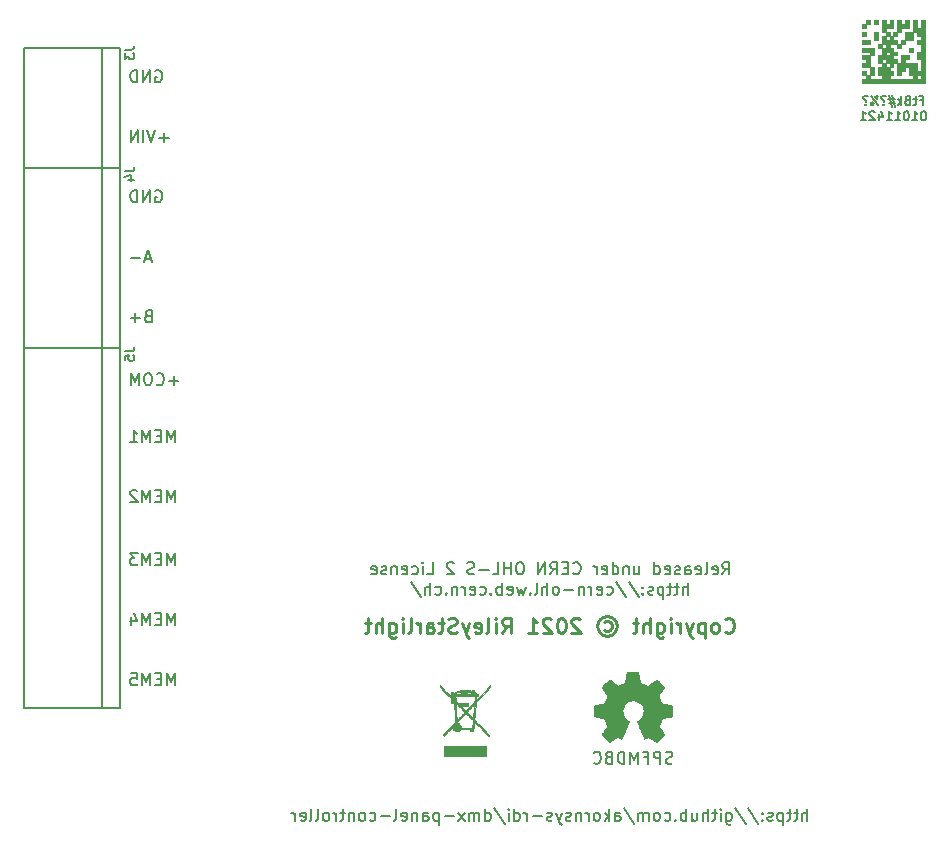
<source format=gbo>
G04 #@! TF.GenerationSoftware,KiCad,Pcbnew,5.1.9-73d0e3b20d~88~ubuntu18.04.1*
G04 #@! TF.CreationDate,2021-04-12T21:46:39+02:00*
G04 #@! TF.ProjectId,dmx-panel-controller,646d782d-7061-46e6-956c-2d636f6e7472,v1.0-rc1*
G04 #@! TF.SameCoordinates,Original*
G04 #@! TF.FileFunction,Legend,Bot*
G04 #@! TF.FilePolarity,Positive*
%FSLAX46Y46*%
G04 Gerber Fmt 4.6, Leading zero omitted, Abs format (unit mm)*
G04 Created by KiCad (PCBNEW 5.1.9-73d0e3b20d~88~ubuntu18.04.1) date 2021-04-12 21:46:39*
%MOMM*%
%LPD*%
G01*
G04 APERTURE LIST*
%ADD10C,0.152400*%
%ADD11C,0.203200*%
%ADD12C,0.254000*%
%ADD13C,0.150000*%
%ADD14C,0.010000*%
G04 APERTURE END LIST*
D10*
X76323857Y-16465871D02*
X76577857Y-16465871D01*
X76577857Y-16865014D02*
X76577857Y-16103014D01*
X76215000Y-16103014D01*
X76033571Y-16357014D02*
X75743285Y-16357014D01*
X75924714Y-16103014D02*
X75924714Y-16756157D01*
X75888428Y-16828728D01*
X75815857Y-16865014D01*
X75743285Y-16865014D01*
X75235285Y-16465871D02*
X75126428Y-16502157D01*
X75090142Y-16538442D01*
X75053857Y-16611014D01*
X75053857Y-16719871D01*
X75090142Y-16792442D01*
X75126428Y-16828728D01*
X75199000Y-16865014D01*
X75489285Y-16865014D01*
X75489285Y-16103014D01*
X75235285Y-16103014D01*
X75162714Y-16139300D01*
X75126428Y-16175585D01*
X75090142Y-16248157D01*
X75090142Y-16320728D01*
X75126428Y-16393300D01*
X75162714Y-16429585D01*
X75235285Y-16465871D01*
X75489285Y-16465871D01*
X74727285Y-16865014D02*
X74727285Y-16103014D01*
X74654714Y-16574728D02*
X74437000Y-16865014D01*
X74437000Y-16357014D02*
X74727285Y-16647300D01*
X74146714Y-16357014D02*
X73602428Y-16357014D01*
X73929000Y-16030442D02*
X74146714Y-17010157D01*
X73675000Y-16683585D02*
X74219285Y-16683585D01*
X73892714Y-17010157D02*
X73675000Y-16030442D01*
X73239571Y-16792442D02*
X73203285Y-16828728D01*
X73239571Y-16865014D01*
X73275857Y-16828728D01*
X73239571Y-16792442D01*
X73239571Y-16865014D01*
X73384714Y-16139300D02*
X73312142Y-16103014D01*
X73130714Y-16103014D01*
X73058142Y-16139300D01*
X73021857Y-16211871D01*
X73021857Y-16284442D01*
X73058142Y-16357014D01*
X73094428Y-16393300D01*
X73167000Y-16429585D01*
X73203285Y-16465871D01*
X73239571Y-16538442D01*
X73239571Y-16574728D01*
X72731571Y-16865014D02*
X72151000Y-16103014D01*
X72622714Y-16103014D02*
X72550142Y-16139300D01*
X72513857Y-16211871D01*
X72550142Y-16284442D01*
X72622714Y-16320728D01*
X72695285Y-16284442D01*
X72731571Y-16211871D01*
X72695285Y-16139300D01*
X72622714Y-16103014D01*
X72187285Y-16828728D02*
X72151000Y-16756157D01*
X72187285Y-16683585D01*
X72259857Y-16647300D01*
X72332428Y-16683585D01*
X72368714Y-16756157D01*
X72332428Y-16828728D01*
X72259857Y-16865014D01*
X72187285Y-16828728D01*
X71715571Y-16792442D02*
X71679285Y-16828728D01*
X71715571Y-16865014D01*
X71751857Y-16828728D01*
X71715571Y-16792442D01*
X71715571Y-16865014D01*
X71860714Y-16139300D02*
X71788142Y-16103014D01*
X71606714Y-16103014D01*
X71534142Y-16139300D01*
X71497857Y-16211871D01*
X71497857Y-16284442D01*
X71534142Y-16357014D01*
X71570428Y-16393300D01*
X71643000Y-16429585D01*
X71679285Y-16465871D01*
X71715571Y-16538442D01*
X71715571Y-16574728D01*
X76632285Y-17398414D02*
X76559714Y-17398414D01*
X76487142Y-17434700D01*
X76450857Y-17470985D01*
X76414571Y-17543557D01*
X76378285Y-17688700D01*
X76378285Y-17870128D01*
X76414571Y-18015271D01*
X76450857Y-18087842D01*
X76487142Y-18124128D01*
X76559714Y-18160414D01*
X76632285Y-18160414D01*
X76704857Y-18124128D01*
X76741142Y-18087842D01*
X76777428Y-18015271D01*
X76813714Y-17870128D01*
X76813714Y-17688700D01*
X76777428Y-17543557D01*
X76741142Y-17470985D01*
X76704857Y-17434700D01*
X76632285Y-17398414D01*
X75652571Y-18160414D02*
X76088000Y-18160414D01*
X75870285Y-18160414D02*
X75870285Y-17398414D01*
X75942857Y-17507271D01*
X76015428Y-17579842D01*
X76088000Y-17616128D01*
X75180857Y-17398414D02*
X75108285Y-17398414D01*
X75035714Y-17434700D01*
X74999428Y-17470985D01*
X74963142Y-17543557D01*
X74926857Y-17688700D01*
X74926857Y-17870128D01*
X74963142Y-18015271D01*
X74999428Y-18087842D01*
X75035714Y-18124128D01*
X75108285Y-18160414D01*
X75180857Y-18160414D01*
X75253428Y-18124128D01*
X75289714Y-18087842D01*
X75326000Y-18015271D01*
X75362285Y-17870128D01*
X75362285Y-17688700D01*
X75326000Y-17543557D01*
X75289714Y-17470985D01*
X75253428Y-17434700D01*
X75180857Y-17398414D01*
X74201142Y-18160414D02*
X74636571Y-18160414D01*
X74418857Y-18160414D02*
X74418857Y-17398414D01*
X74491428Y-17507271D01*
X74564000Y-17579842D01*
X74636571Y-17616128D01*
X73475428Y-18160414D02*
X73910857Y-18160414D01*
X73693142Y-18160414D02*
X73693142Y-17398414D01*
X73765714Y-17507271D01*
X73838285Y-17579842D01*
X73910857Y-17616128D01*
X72822285Y-17652414D02*
X72822285Y-18160414D01*
X73003714Y-17362128D02*
X73185142Y-17906414D01*
X72713428Y-17906414D01*
X72459428Y-17470985D02*
X72423142Y-17434700D01*
X72350571Y-17398414D01*
X72169142Y-17398414D01*
X72096571Y-17434700D01*
X72060285Y-17470985D01*
X72024000Y-17543557D01*
X72024000Y-17616128D01*
X72060285Y-17724985D01*
X72495714Y-18160414D01*
X72024000Y-18160414D01*
X71298285Y-18160414D02*
X71733714Y-18160414D01*
X71516000Y-18160414D02*
X71516000Y-17398414D01*
X71588571Y-17507271D01*
X71661142Y-17579842D01*
X71733714Y-17616128D01*
D11*
X66771428Y-77459619D02*
X66771428Y-76443619D01*
X66336000Y-77459619D02*
X66336000Y-76927428D01*
X66384380Y-76830666D01*
X66481142Y-76782285D01*
X66626285Y-76782285D01*
X66723047Y-76830666D01*
X66771428Y-76879047D01*
X65997333Y-76782285D02*
X65610285Y-76782285D01*
X65852190Y-76443619D02*
X65852190Y-77314476D01*
X65803809Y-77411238D01*
X65707047Y-77459619D01*
X65610285Y-77459619D01*
X65416761Y-76782285D02*
X65029714Y-76782285D01*
X65271619Y-76443619D02*
X65271619Y-77314476D01*
X65223238Y-77411238D01*
X65126476Y-77459619D01*
X65029714Y-77459619D01*
X64691047Y-76782285D02*
X64691047Y-77798285D01*
X64691047Y-76830666D02*
X64594285Y-76782285D01*
X64400761Y-76782285D01*
X64304000Y-76830666D01*
X64255619Y-76879047D01*
X64207238Y-76975809D01*
X64207238Y-77266095D01*
X64255619Y-77362857D01*
X64304000Y-77411238D01*
X64400761Y-77459619D01*
X64594285Y-77459619D01*
X64691047Y-77411238D01*
X63820190Y-77411238D02*
X63723428Y-77459619D01*
X63529904Y-77459619D01*
X63433142Y-77411238D01*
X63384761Y-77314476D01*
X63384761Y-77266095D01*
X63433142Y-77169333D01*
X63529904Y-77120952D01*
X63675047Y-77120952D01*
X63771809Y-77072571D01*
X63820190Y-76975809D01*
X63820190Y-76927428D01*
X63771809Y-76830666D01*
X63675047Y-76782285D01*
X63529904Y-76782285D01*
X63433142Y-76830666D01*
X62949333Y-77362857D02*
X62900952Y-77411238D01*
X62949333Y-77459619D01*
X62997714Y-77411238D01*
X62949333Y-77362857D01*
X62949333Y-77459619D01*
X62949333Y-76830666D02*
X62900952Y-76879047D01*
X62949333Y-76927428D01*
X62997714Y-76879047D01*
X62949333Y-76830666D01*
X62949333Y-76927428D01*
X61739809Y-76395238D02*
X62610666Y-77701523D01*
X60675428Y-76395238D02*
X61546285Y-77701523D01*
X59901333Y-76782285D02*
X59901333Y-77604761D01*
X59949714Y-77701523D01*
X59998095Y-77749904D01*
X60094857Y-77798285D01*
X60240000Y-77798285D01*
X60336761Y-77749904D01*
X59901333Y-77411238D02*
X59998095Y-77459619D01*
X60191619Y-77459619D01*
X60288380Y-77411238D01*
X60336761Y-77362857D01*
X60385142Y-77266095D01*
X60385142Y-76975809D01*
X60336761Y-76879047D01*
X60288380Y-76830666D01*
X60191619Y-76782285D01*
X59998095Y-76782285D01*
X59901333Y-76830666D01*
X59417523Y-77459619D02*
X59417523Y-76782285D01*
X59417523Y-76443619D02*
X59465904Y-76492000D01*
X59417523Y-76540380D01*
X59369142Y-76492000D01*
X59417523Y-76443619D01*
X59417523Y-76540380D01*
X59078857Y-76782285D02*
X58691809Y-76782285D01*
X58933714Y-76443619D02*
X58933714Y-77314476D01*
X58885333Y-77411238D01*
X58788571Y-77459619D01*
X58691809Y-77459619D01*
X58353142Y-77459619D02*
X58353142Y-76443619D01*
X57917714Y-77459619D02*
X57917714Y-76927428D01*
X57966095Y-76830666D01*
X58062857Y-76782285D01*
X58208000Y-76782285D01*
X58304761Y-76830666D01*
X58353142Y-76879047D01*
X56998476Y-76782285D02*
X56998476Y-77459619D01*
X57433904Y-76782285D02*
X57433904Y-77314476D01*
X57385523Y-77411238D01*
X57288761Y-77459619D01*
X57143619Y-77459619D01*
X57046857Y-77411238D01*
X56998476Y-77362857D01*
X56514666Y-77459619D02*
X56514666Y-76443619D01*
X56514666Y-76830666D02*
X56417904Y-76782285D01*
X56224380Y-76782285D01*
X56127619Y-76830666D01*
X56079238Y-76879047D01*
X56030857Y-76975809D01*
X56030857Y-77266095D01*
X56079238Y-77362857D01*
X56127619Y-77411238D01*
X56224380Y-77459619D01*
X56417904Y-77459619D01*
X56514666Y-77411238D01*
X55595428Y-77362857D02*
X55547047Y-77411238D01*
X55595428Y-77459619D01*
X55643809Y-77411238D01*
X55595428Y-77362857D01*
X55595428Y-77459619D01*
X54676190Y-77411238D02*
X54772952Y-77459619D01*
X54966476Y-77459619D01*
X55063238Y-77411238D01*
X55111619Y-77362857D01*
X55160000Y-77266095D01*
X55160000Y-76975809D01*
X55111619Y-76879047D01*
X55063238Y-76830666D01*
X54966476Y-76782285D01*
X54772952Y-76782285D01*
X54676190Y-76830666D01*
X54095619Y-77459619D02*
X54192380Y-77411238D01*
X54240761Y-77362857D01*
X54289142Y-77266095D01*
X54289142Y-76975809D01*
X54240761Y-76879047D01*
X54192380Y-76830666D01*
X54095619Y-76782285D01*
X53950476Y-76782285D01*
X53853714Y-76830666D01*
X53805333Y-76879047D01*
X53756952Y-76975809D01*
X53756952Y-77266095D01*
X53805333Y-77362857D01*
X53853714Y-77411238D01*
X53950476Y-77459619D01*
X54095619Y-77459619D01*
X53321523Y-77459619D02*
X53321523Y-76782285D01*
X53321523Y-76879047D02*
X53273142Y-76830666D01*
X53176380Y-76782285D01*
X53031238Y-76782285D01*
X52934476Y-76830666D01*
X52886095Y-76927428D01*
X52886095Y-77459619D01*
X52886095Y-76927428D02*
X52837714Y-76830666D01*
X52740952Y-76782285D01*
X52595809Y-76782285D01*
X52499047Y-76830666D01*
X52450666Y-76927428D01*
X52450666Y-77459619D01*
X51241142Y-76395238D02*
X52112000Y-77701523D01*
X50467047Y-77459619D02*
X50467047Y-76927428D01*
X50515428Y-76830666D01*
X50612190Y-76782285D01*
X50805714Y-76782285D01*
X50902476Y-76830666D01*
X50467047Y-77411238D02*
X50563809Y-77459619D01*
X50805714Y-77459619D01*
X50902476Y-77411238D01*
X50950857Y-77314476D01*
X50950857Y-77217714D01*
X50902476Y-77120952D01*
X50805714Y-77072571D01*
X50563809Y-77072571D01*
X50467047Y-77024190D01*
X49983238Y-77459619D02*
X49983238Y-76443619D01*
X49886476Y-77072571D02*
X49596190Y-77459619D01*
X49596190Y-76782285D02*
X49983238Y-77169333D01*
X49015619Y-77459619D02*
X49112380Y-77411238D01*
X49160761Y-77362857D01*
X49209142Y-77266095D01*
X49209142Y-76975809D01*
X49160761Y-76879047D01*
X49112380Y-76830666D01*
X49015619Y-76782285D01*
X48870476Y-76782285D01*
X48773714Y-76830666D01*
X48725333Y-76879047D01*
X48676952Y-76975809D01*
X48676952Y-77266095D01*
X48725333Y-77362857D01*
X48773714Y-77411238D01*
X48870476Y-77459619D01*
X49015619Y-77459619D01*
X48241523Y-77459619D02*
X48241523Y-76782285D01*
X48241523Y-76975809D02*
X48193142Y-76879047D01*
X48144761Y-76830666D01*
X48048000Y-76782285D01*
X47951238Y-76782285D01*
X47612571Y-76782285D02*
X47612571Y-77459619D01*
X47612571Y-76879047D02*
X47564190Y-76830666D01*
X47467428Y-76782285D01*
X47322285Y-76782285D01*
X47225523Y-76830666D01*
X47177142Y-76927428D01*
X47177142Y-77459619D01*
X46741714Y-77411238D02*
X46644952Y-77459619D01*
X46451428Y-77459619D01*
X46354666Y-77411238D01*
X46306285Y-77314476D01*
X46306285Y-77266095D01*
X46354666Y-77169333D01*
X46451428Y-77120952D01*
X46596571Y-77120952D01*
X46693333Y-77072571D01*
X46741714Y-76975809D01*
X46741714Y-76927428D01*
X46693333Y-76830666D01*
X46596571Y-76782285D01*
X46451428Y-76782285D01*
X46354666Y-76830666D01*
X45967619Y-76782285D02*
X45725714Y-77459619D01*
X45483809Y-76782285D02*
X45725714Y-77459619D01*
X45822476Y-77701523D01*
X45870857Y-77749904D01*
X45967619Y-77798285D01*
X45145142Y-77411238D02*
X45048380Y-77459619D01*
X44854857Y-77459619D01*
X44758095Y-77411238D01*
X44709714Y-77314476D01*
X44709714Y-77266095D01*
X44758095Y-77169333D01*
X44854857Y-77120952D01*
X44999999Y-77120952D01*
X45096761Y-77072571D01*
X45145142Y-76975809D01*
X45145142Y-76927428D01*
X45096761Y-76830666D01*
X44999999Y-76782285D01*
X44854857Y-76782285D01*
X44758095Y-76830666D01*
X44274285Y-77072571D02*
X43500190Y-77072571D01*
X43016380Y-77459619D02*
X43016380Y-76782285D01*
X43016380Y-76975809D02*
X42968000Y-76879047D01*
X42919619Y-76830666D01*
X42822857Y-76782285D01*
X42726095Y-76782285D01*
X41952000Y-77459619D02*
X41952000Y-76443619D01*
X41952000Y-77411238D02*
X42048761Y-77459619D01*
X42242285Y-77459619D01*
X42339047Y-77411238D01*
X42387428Y-77362857D01*
X42435809Y-77266095D01*
X42435809Y-76975809D01*
X42387428Y-76879047D01*
X42339047Y-76830666D01*
X42242285Y-76782285D01*
X42048761Y-76782285D01*
X41952000Y-76830666D01*
X41468190Y-77459619D02*
X41468190Y-76782285D01*
X41468190Y-76443619D02*
X41516571Y-76492000D01*
X41468190Y-76540380D01*
X41419809Y-76492000D01*
X41468190Y-76443619D01*
X41468190Y-76540380D01*
X40258666Y-76395238D02*
X41129523Y-77701523D01*
X39484571Y-77459619D02*
X39484571Y-76443619D01*
X39484571Y-77411238D02*
X39581333Y-77459619D01*
X39774857Y-77459619D01*
X39871619Y-77411238D01*
X39920000Y-77362857D01*
X39968380Y-77266095D01*
X39968380Y-76975809D01*
X39920000Y-76879047D01*
X39871619Y-76830666D01*
X39774857Y-76782285D01*
X39581333Y-76782285D01*
X39484571Y-76830666D01*
X39000761Y-77459619D02*
X39000761Y-76782285D01*
X39000761Y-76879047D02*
X38952380Y-76830666D01*
X38855619Y-76782285D01*
X38710476Y-76782285D01*
X38613714Y-76830666D01*
X38565333Y-76927428D01*
X38565333Y-77459619D01*
X38565333Y-76927428D02*
X38516952Y-76830666D01*
X38420190Y-76782285D01*
X38275047Y-76782285D01*
X38178285Y-76830666D01*
X38129904Y-76927428D01*
X38129904Y-77459619D01*
X37742857Y-77459619D02*
X37210666Y-76782285D01*
X37742857Y-76782285D02*
X37210666Y-77459619D01*
X36823619Y-77072571D02*
X36049523Y-77072571D01*
X35565714Y-76782285D02*
X35565714Y-77798285D01*
X35565714Y-76830666D02*
X35468952Y-76782285D01*
X35275428Y-76782285D01*
X35178666Y-76830666D01*
X35130285Y-76879047D01*
X35081904Y-76975809D01*
X35081904Y-77266095D01*
X35130285Y-77362857D01*
X35178666Y-77411238D01*
X35275428Y-77459619D01*
X35468952Y-77459619D01*
X35565714Y-77411238D01*
X34211047Y-77459619D02*
X34211047Y-76927428D01*
X34259428Y-76830666D01*
X34356190Y-76782285D01*
X34549714Y-76782285D01*
X34646476Y-76830666D01*
X34211047Y-77411238D02*
X34307809Y-77459619D01*
X34549714Y-77459619D01*
X34646476Y-77411238D01*
X34694857Y-77314476D01*
X34694857Y-77217714D01*
X34646476Y-77120952D01*
X34549714Y-77072571D01*
X34307809Y-77072571D01*
X34211047Y-77024190D01*
X33727238Y-76782285D02*
X33727238Y-77459619D01*
X33727238Y-76879047D02*
X33678857Y-76830666D01*
X33582095Y-76782285D01*
X33436952Y-76782285D01*
X33340190Y-76830666D01*
X33291809Y-76927428D01*
X33291809Y-77459619D01*
X32420952Y-77411238D02*
X32517714Y-77459619D01*
X32711238Y-77459619D01*
X32808000Y-77411238D01*
X32856380Y-77314476D01*
X32856380Y-76927428D01*
X32808000Y-76830666D01*
X32711238Y-76782285D01*
X32517714Y-76782285D01*
X32420952Y-76830666D01*
X32372571Y-76927428D01*
X32372571Y-77024190D01*
X32856380Y-77120952D01*
X31791999Y-77459619D02*
X31888761Y-77411238D01*
X31937142Y-77314476D01*
X31937142Y-76443619D01*
X31404952Y-77072571D02*
X30630857Y-77072571D01*
X29711619Y-77411238D02*
X29808380Y-77459619D01*
X30001904Y-77459619D01*
X30098666Y-77411238D01*
X30147047Y-77362857D01*
X30195428Y-77266095D01*
X30195428Y-76975809D01*
X30147047Y-76879047D01*
X30098666Y-76830666D01*
X30001904Y-76782285D01*
X29808380Y-76782285D01*
X29711619Y-76830666D01*
X29131047Y-77459619D02*
X29227809Y-77411238D01*
X29276190Y-77362857D01*
X29324571Y-77266095D01*
X29324571Y-76975809D01*
X29276190Y-76879047D01*
X29227809Y-76830666D01*
X29131047Y-76782285D01*
X28985904Y-76782285D01*
X28889142Y-76830666D01*
X28840761Y-76879047D01*
X28792380Y-76975809D01*
X28792380Y-77266095D01*
X28840761Y-77362857D01*
X28889142Y-77411238D01*
X28985904Y-77459619D01*
X29131047Y-77459619D01*
X28356952Y-76782285D02*
X28356952Y-77459619D01*
X28356952Y-76879047D02*
X28308571Y-76830666D01*
X28211809Y-76782285D01*
X28066666Y-76782285D01*
X27969904Y-76830666D01*
X27921523Y-76927428D01*
X27921523Y-77459619D01*
X27582857Y-76782285D02*
X27195809Y-76782285D01*
X27437714Y-76443619D02*
X27437714Y-77314476D01*
X27389333Y-77411238D01*
X27292571Y-77459619D01*
X27195809Y-77459619D01*
X26857142Y-77459619D02*
X26857142Y-76782285D01*
X26857142Y-76975809D02*
X26808761Y-76879047D01*
X26760380Y-76830666D01*
X26663619Y-76782285D01*
X26566857Y-76782285D01*
X26083047Y-77459619D02*
X26179809Y-77411238D01*
X26228190Y-77362857D01*
X26276571Y-77266095D01*
X26276571Y-76975809D01*
X26228190Y-76879047D01*
X26179809Y-76830666D01*
X26083047Y-76782285D01*
X25937904Y-76782285D01*
X25841142Y-76830666D01*
X25792761Y-76879047D01*
X25744380Y-76975809D01*
X25744380Y-77266095D01*
X25792761Y-77362857D01*
X25841142Y-77411238D01*
X25937904Y-77459619D01*
X26083047Y-77459619D01*
X25163809Y-77459619D02*
X25260571Y-77411238D01*
X25308952Y-77314476D01*
X25308952Y-76443619D01*
X24631619Y-77459619D02*
X24728380Y-77411238D01*
X24776761Y-77314476D01*
X24776761Y-76443619D01*
X23857523Y-77411238D02*
X23954285Y-77459619D01*
X24147809Y-77459619D01*
X24244571Y-77411238D01*
X24292952Y-77314476D01*
X24292952Y-76927428D01*
X24244571Y-76830666D01*
X24147809Y-76782285D01*
X23954285Y-76782285D01*
X23857523Y-76830666D01*
X23809142Y-76927428D01*
X23809142Y-77024190D01*
X24292952Y-77120952D01*
X23373714Y-77459619D02*
X23373714Y-76782285D01*
X23373714Y-76975809D02*
X23325333Y-76879047D01*
X23276952Y-76830666D01*
X23180190Y-76782285D01*
X23083428Y-76782285D01*
D12*
X59786428Y-61453571D02*
X59846904Y-61514047D01*
X60028333Y-61574523D01*
X60149285Y-61574523D01*
X60330714Y-61514047D01*
X60451666Y-61393095D01*
X60512142Y-61272142D01*
X60572619Y-61030238D01*
X60572619Y-60848809D01*
X60512142Y-60606904D01*
X60451666Y-60485952D01*
X60330714Y-60365000D01*
X60149285Y-60304523D01*
X60028333Y-60304523D01*
X59846904Y-60365000D01*
X59786428Y-60425476D01*
X59060714Y-61574523D02*
X59181666Y-61514047D01*
X59242142Y-61453571D01*
X59302619Y-61332619D01*
X59302619Y-60969761D01*
X59242142Y-60848809D01*
X59181666Y-60788333D01*
X59060714Y-60727857D01*
X58879285Y-60727857D01*
X58758333Y-60788333D01*
X58697857Y-60848809D01*
X58637380Y-60969761D01*
X58637380Y-61332619D01*
X58697857Y-61453571D01*
X58758333Y-61514047D01*
X58879285Y-61574523D01*
X59060714Y-61574523D01*
X58093095Y-60727857D02*
X58093095Y-61997857D01*
X58093095Y-60788333D02*
X57972142Y-60727857D01*
X57730238Y-60727857D01*
X57609285Y-60788333D01*
X57548809Y-60848809D01*
X57488333Y-60969761D01*
X57488333Y-61332619D01*
X57548809Y-61453571D01*
X57609285Y-61514047D01*
X57730238Y-61574523D01*
X57972142Y-61574523D01*
X58093095Y-61514047D01*
X57065000Y-60727857D02*
X56762619Y-61574523D01*
X56460238Y-60727857D02*
X56762619Y-61574523D01*
X56883571Y-61876904D01*
X56944047Y-61937380D01*
X57065000Y-61997857D01*
X55976428Y-61574523D02*
X55976428Y-60727857D01*
X55976428Y-60969761D02*
X55915952Y-60848809D01*
X55855476Y-60788333D01*
X55734523Y-60727857D01*
X55613571Y-60727857D01*
X55190238Y-61574523D02*
X55190238Y-60727857D01*
X55190238Y-60304523D02*
X55250714Y-60365000D01*
X55190238Y-60425476D01*
X55129761Y-60365000D01*
X55190238Y-60304523D01*
X55190238Y-60425476D01*
X54041190Y-60727857D02*
X54041190Y-61755952D01*
X54101666Y-61876904D01*
X54162142Y-61937380D01*
X54283095Y-61997857D01*
X54464523Y-61997857D01*
X54585476Y-61937380D01*
X54041190Y-61514047D02*
X54162142Y-61574523D01*
X54404047Y-61574523D01*
X54525000Y-61514047D01*
X54585476Y-61453571D01*
X54645952Y-61332619D01*
X54645952Y-60969761D01*
X54585476Y-60848809D01*
X54525000Y-60788333D01*
X54404047Y-60727857D01*
X54162142Y-60727857D01*
X54041190Y-60788333D01*
X53436428Y-61574523D02*
X53436428Y-60304523D01*
X52892142Y-61574523D02*
X52892142Y-60909285D01*
X52952619Y-60788333D01*
X53073571Y-60727857D01*
X53255000Y-60727857D01*
X53375952Y-60788333D01*
X53436428Y-60848809D01*
X52468809Y-60727857D02*
X51985000Y-60727857D01*
X52287380Y-60304523D02*
X52287380Y-61393095D01*
X52226904Y-61514047D01*
X52105952Y-61574523D01*
X51985000Y-61574523D01*
X49565952Y-60606904D02*
X49686904Y-60546428D01*
X49928809Y-60546428D01*
X50049761Y-60606904D01*
X50170714Y-60727857D01*
X50231190Y-60848809D01*
X50231190Y-61090714D01*
X50170714Y-61211666D01*
X50049761Y-61332619D01*
X49928809Y-61393095D01*
X49686904Y-61393095D01*
X49565952Y-61332619D01*
X49807857Y-60123095D02*
X50110238Y-60183571D01*
X50412619Y-60365000D01*
X50594047Y-60667380D01*
X50654523Y-60969761D01*
X50594047Y-61272142D01*
X50412619Y-61574523D01*
X50110238Y-61755952D01*
X49807857Y-61816428D01*
X49505476Y-61755952D01*
X49203095Y-61574523D01*
X49021666Y-61272142D01*
X48961190Y-60969761D01*
X49021666Y-60667380D01*
X49203095Y-60365000D01*
X49505476Y-60183571D01*
X49807857Y-60123095D01*
X47509761Y-60425476D02*
X47449285Y-60365000D01*
X47328333Y-60304523D01*
X47025952Y-60304523D01*
X46904999Y-60365000D01*
X46844523Y-60425476D01*
X46784047Y-60546428D01*
X46784047Y-60667380D01*
X46844523Y-60848809D01*
X47570238Y-61574523D01*
X46784047Y-61574523D01*
X45997857Y-60304523D02*
X45876904Y-60304523D01*
X45755952Y-60365000D01*
X45695476Y-60425476D01*
X45634999Y-60546428D01*
X45574523Y-60788333D01*
X45574523Y-61090714D01*
X45634999Y-61332619D01*
X45695476Y-61453571D01*
X45755952Y-61514047D01*
X45876904Y-61574523D01*
X45997857Y-61574523D01*
X46118809Y-61514047D01*
X46179285Y-61453571D01*
X46239761Y-61332619D01*
X46300238Y-61090714D01*
X46300238Y-60788333D01*
X46239761Y-60546428D01*
X46179285Y-60425476D01*
X46118809Y-60365000D01*
X45997857Y-60304523D01*
X45090714Y-60425476D02*
X45030238Y-60365000D01*
X44909285Y-60304523D01*
X44606904Y-60304523D01*
X44485952Y-60365000D01*
X44425476Y-60425476D01*
X44364999Y-60546428D01*
X44364999Y-60667380D01*
X44425476Y-60848809D01*
X45151190Y-61574523D01*
X44364999Y-61574523D01*
X43155476Y-61574523D02*
X43881190Y-61574523D01*
X43518333Y-61574523D02*
X43518333Y-60304523D01*
X43639285Y-60485952D01*
X43760238Y-60606904D01*
X43881190Y-60667380D01*
X40917857Y-61574523D02*
X41341190Y-60969761D01*
X41643571Y-61574523D02*
X41643571Y-60304523D01*
X41159761Y-60304523D01*
X41038809Y-60365000D01*
X40978333Y-60425476D01*
X40917857Y-60546428D01*
X40917857Y-60727857D01*
X40978333Y-60848809D01*
X41038809Y-60909285D01*
X41159761Y-60969761D01*
X41643571Y-60969761D01*
X40373571Y-61574523D02*
X40373571Y-60727857D01*
X40373571Y-60304523D02*
X40434047Y-60365000D01*
X40373571Y-60425476D01*
X40313095Y-60365000D01*
X40373571Y-60304523D01*
X40373571Y-60425476D01*
X39587380Y-61574523D02*
X39708333Y-61514047D01*
X39768809Y-61393095D01*
X39768809Y-60304523D01*
X38619761Y-61514047D02*
X38740714Y-61574523D01*
X38982619Y-61574523D01*
X39103571Y-61514047D01*
X39164047Y-61393095D01*
X39164047Y-60909285D01*
X39103571Y-60788333D01*
X38982619Y-60727857D01*
X38740714Y-60727857D01*
X38619761Y-60788333D01*
X38559285Y-60909285D01*
X38559285Y-61030238D01*
X39164047Y-61151190D01*
X38135952Y-60727857D02*
X37833571Y-61574523D01*
X37531190Y-60727857D02*
X37833571Y-61574523D01*
X37954523Y-61876904D01*
X38014999Y-61937380D01*
X38135952Y-61997857D01*
X37107857Y-61514047D02*
X36926428Y-61574523D01*
X36624047Y-61574523D01*
X36503095Y-61514047D01*
X36442619Y-61453571D01*
X36382142Y-61332619D01*
X36382142Y-61211666D01*
X36442619Y-61090714D01*
X36503095Y-61030238D01*
X36624047Y-60969761D01*
X36865952Y-60909285D01*
X36986904Y-60848809D01*
X37047380Y-60788333D01*
X37107857Y-60667380D01*
X37107857Y-60546428D01*
X37047380Y-60425476D01*
X36986904Y-60365000D01*
X36865952Y-60304523D01*
X36563571Y-60304523D01*
X36382142Y-60365000D01*
X36019285Y-60727857D02*
X35535476Y-60727857D01*
X35837857Y-60304523D02*
X35837857Y-61393095D01*
X35777380Y-61514047D01*
X35656428Y-61574523D01*
X35535476Y-61574523D01*
X34567857Y-61574523D02*
X34567857Y-60909285D01*
X34628333Y-60788333D01*
X34749285Y-60727857D01*
X34991190Y-60727857D01*
X35112142Y-60788333D01*
X34567857Y-61514047D02*
X34688809Y-61574523D01*
X34991190Y-61574523D01*
X35112142Y-61514047D01*
X35172619Y-61393095D01*
X35172619Y-61272142D01*
X35112142Y-61151190D01*
X34991190Y-61090714D01*
X34688809Y-61090714D01*
X34567857Y-61030238D01*
X33963095Y-61574523D02*
X33963095Y-60727857D01*
X33963095Y-60969761D02*
X33902619Y-60848809D01*
X33842142Y-60788333D01*
X33721190Y-60727857D01*
X33600238Y-60727857D01*
X32995476Y-61574523D02*
X33116428Y-61514047D01*
X33176904Y-61393095D01*
X33176904Y-60304523D01*
X32511666Y-61574523D02*
X32511666Y-60727857D01*
X32511666Y-60304523D02*
X32572142Y-60365000D01*
X32511666Y-60425476D01*
X32451190Y-60365000D01*
X32511666Y-60304523D01*
X32511666Y-60425476D01*
X31362619Y-60727857D02*
X31362619Y-61755952D01*
X31423095Y-61876904D01*
X31483571Y-61937380D01*
X31604523Y-61997857D01*
X31785952Y-61997857D01*
X31906904Y-61937380D01*
X31362619Y-61514047D02*
X31483571Y-61574523D01*
X31725476Y-61574523D01*
X31846428Y-61514047D01*
X31906904Y-61453571D01*
X31967380Y-61332619D01*
X31967380Y-60969761D01*
X31906904Y-60848809D01*
X31846428Y-60788333D01*
X31725476Y-60727857D01*
X31483571Y-60727857D01*
X31362619Y-60788333D01*
X30757857Y-61574523D02*
X30757857Y-60304523D01*
X30213571Y-61574523D02*
X30213571Y-60909285D01*
X30274047Y-60788333D01*
X30394999Y-60727857D01*
X30576428Y-60727857D01*
X30697380Y-60788333D01*
X30757857Y-60848809D01*
X29790238Y-60727857D02*
X29306428Y-60727857D01*
X29608809Y-60304523D02*
X29608809Y-61393095D01*
X29548333Y-61514047D01*
X29427380Y-61574523D01*
X29306428Y-61574523D01*
D11*
X55346285Y-72587238D02*
X55201142Y-72635619D01*
X54959238Y-72635619D01*
X54862476Y-72587238D01*
X54814095Y-72538857D01*
X54765714Y-72442095D01*
X54765714Y-72345333D01*
X54814095Y-72248571D01*
X54862476Y-72200190D01*
X54959238Y-72151809D01*
X55152761Y-72103428D01*
X55249523Y-72055047D01*
X55297904Y-72006666D01*
X55346285Y-71909904D01*
X55346285Y-71813142D01*
X55297904Y-71716380D01*
X55249523Y-71668000D01*
X55152761Y-71619619D01*
X54910857Y-71619619D01*
X54765714Y-71668000D01*
X54330285Y-72635619D02*
X54330285Y-71619619D01*
X53943238Y-71619619D01*
X53846476Y-71668000D01*
X53798095Y-71716380D01*
X53749714Y-71813142D01*
X53749714Y-71958285D01*
X53798095Y-72055047D01*
X53846476Y-72103428D01*
X53943238Y-72151809D01*
X54330285Y-72151809D01*
X52975619Y-72103428D02*
X53314285Y-72103428D01*
X53314285Y-72635619D02*
X53314285Y-71619619D01*
X52830476Y-71619619D01*
X52443428Y-72635619D02*
X52443428Y-71619619D01*
X52104761Y-72345333D01*
X51766095Y-71619619D01*
X51766095Y-72635619D01*
X51282285Y-72635619D02*
X51282285Y-71619619D01*
X51040380Y-71619619D01*
X50895238Y-71668000D01*
X50798476Y-71764761D01*
X50750095Y-71861523D01*
X50701714Y-72055047D01*
X50701714Y-72200190D01*
X50750095Y-72393714D01*
X50798476Y-72490476D01*
X50895238Y-72587238D01*
X51040380Y-72635619D01*
X51282285Y-72635619D01*
X49927619Y-72103428D02*
X49782476Y-72151809D01*
X49734095Y-72200190D01*
X49685714Y-72296952D01*
X49685714Y-72442095D01*
X49734095Y-72538857D01*
X49782476Y-72587238D01*
X49879238Y-72635619D01*
X50266285Y-72635619D01*
X50266285Y-71619619D01*
X49927619Y-71619619D01*
X49830857Y-71668000D01*
X49782476Y-71716380D01*
X49734095Y-71813142D01*
X49734095Y-71909904D01*
X49782476Y-72006666D01*
X49830857Y-72055047D01*
X49927619Y-72103428D01*
X50266285Y-72103428D01*
X48669714Y-72538857D02*
X48718095Y-72587238D01*
X48863238Y-72635619D01*
X48960000Y-72635619D01*
X49105142Y-72587238D01*
X49201904Y-72490476D01*
X49250285Y-72393714D01*
X49298666Y-72200190D01*
X49298666Y-72055047D01*
X49250285Y-71861523D01*
X49201904Y-71764761D01*
X49105142Y-71668000D01*
X48960000Y-71619619D01*
X48863238Y-71619619D01*
X48718095Y-71668000D01*
X48669714Y-71716380D01*
X59562666Y-56596019D02*
X59901333Y-56112209D01*
X60143238Y-56596019D02*
X60143238Y-55580019D01*
X59756190Y-55580019D01*
X59659428Y-55628400D01*
X59611047Y-55676780D01*
X59562666Y-55773542D01*
X59562666Y-55918685D01*
X59611047Y-56015447D01*
X59659428Y-56063828D01*
X59756190Y-56112209D01*
X60143238Y-56112209D01*
X58740190Y-56547638D02*
X58836952Y-56596019D01*
X59030476Y-56596019D01*
X59127238Y-56547638D01*
X59175619Y-56450876D01*
X59175619Y-56063828D01*
X59127238Y-55967066D01*
X59030476Y-55918685D01*
X58836952Y-55918685D01*
X58740190Y-55967066D01*
X58691809Y-56063828D01*
X58691809Y-56160590D01*
X59175619Y-56257352D01*
X58111238Y-56596019D02*
X58208000Y-56547638D01*
X58256380Y-56450876D01*
X58256380Y-55580019D01*
X57337142Y-56547638D02*
X57433904Y-56596019D01*
X57627428Y-56596019D01*
X57724190Y-56547638D01*
X57772571Y-56450876D01*
X57772571Y-56063828D01*
X57724190Y-55967066D01*
X57627428Y-55918685D01*
X57433904Y-55918685D01*
X57337142Y-55967066D01*
X57288761Y-56063828D01*
X57288761Y-56160590D01*
X57772571Y-56257352D01*
X56417904Y-56596019D02*
X56417904Y-56063828D01*
X56466285Y-55967066D01*
X56563047Y-55918685D01*
X56756571Y-55918685D01*
X56853333Y-55967066D01*
X56417904Y-56547638D02*
X56514666Y-56596019D01*
X56756571Y-56596019D01*
X56853333Y-56547638D01*
X56901714Y-56450876D01*
X56901714Y-56354114D01*
X56853333Y-56257352D01*
X56756571Y-56208971D01*
X56514666Y-56208971D01*
X56417904Y-56160590D01*
X55982476Y-56547638D02*
X55885714Y-56596019D01*
X55692190Y-56596019D01*
X55595428Y-56547638D01*
X55547047Y-56450876D01*
X55547047Y-56402495D01*
X55595428Y-56305733D01*
X55692190Y-56257352D01*
X55837333Y-56257352D01*
X55934095Y-56208971D01*
X55982476Y-56112209D01*
X55982476Y-56063828D01*
X55934095Y-55967066D01*
X55837333Y-55918685D01*
X55692190Y-55918685D01*
X55595428Y-55967066D01*
X54724571Y-56547638D02*
X54821333Y-56596019D01*
X55014857Y-56596019D01*
X55111619Y-56547638D01*
X55160000Y-56450876D01*
X55160000Y-56063828D01*
X55111619Y-55967066D01*
X55014857Y-55918685D01*
X54821333Y-55918685D01*
X54724571Y-55967066D01*
X54676190Y-56063828D01*
X54676190Y-56160590D01*
X55160000Y-56257352D01*
X53805333Y-56596019D02*
X53805333Y-55580019D01*
X53805333Y-56547638D02*
X53902095Y-56596019D01*
X54095619Y-56596019D01*
X54192380Y-56547638D01*
X54240761Y-56499257D01*
X54289142Y-56402495D01*
X54289142Y-56112209D01*
X54240761Y-56015447D01*
X54192380Y-55967066D01*
X54095619Y-55918685D01*
X53902095Y-55918685D01*
X53805333Y-55967066D01*
X52112000Y-55918685D02*
X52112000Y-56596019D01*
X52547428Y-55918685D02*
X52547428Y-56450876D01*
X52499047Y-56547638D01*
X52402285Y-56596019D01*
X52257142Y-56596019D01*
X52160380Y-56547638D01*
X52112000Y-56499257D01*
X51628190Y-55918685D02*
X51628190Y-56596019D01*
X51628190Y-56015447D02*
X51579809Y-55967066D01*
X51483047Y-55918685D01*
X51337904Y-55918685D01*
X51241142Y-55967066D01*
X51192761Y-56063828D01*
X51192761Y-56596019D01*
X50273523Y-56596019D02*
X50273523Y-55580019D01*
X50273523Y-56547638D02*
X50370285Y-56596019D01*
X50563809Y-56596019D01*
X50660571Y-56547638D01*
X50708952Y-56499257D01*
X50757333Y-56402495D01*
X50757333Y-56112209D01*
X50708952Y-56015447D01*
X50660571Y-55967066D01*
X50563809Y-55918685D01*
X50370285Y-55918685D01*
X50273523Y-55967066D01*
X49402666Y-56547638D02*
X49499428Y-56596019D01*
X49692952Y-56596019D01*
X49789714Y-56547638D01*
X49838095Y-56450876D01*
X49838095Y-56063828D01*
X49789714Y-55967066D01*
X49692952Y-55918685D01*
X49499428Y-55918685D01*
X49402666Y-55967066D01*
X49354285Y-56063828D01*
X49354285Y-56160590D01*
X49838095Y-56257352D01*
X48918857Y-56596019D02*
X48918857Y-55918685D01*
X48918857Y-56112209D02*
X48870476Y-56015447D01*
X48822095Y-55967066D01*
X48725333Y-55918685D01*
X48628571Y-55918685D01*
X46935238Y-56499257D02*
X46983619Y-56547638D01*
X47128761Y-56596019D01*
X47225523Y-56596019D01*
X47370666Y-56547638D01*
X47467428Y-56450876D01*
X47515809Y-56354114D01*
X47564190Y-56160590D01*
X47564190Y-56015447D01*
X47515809Y-55821923D01*
X47467428Y-55725161D01*
X47370666Y-55628400D01*
X47225523Y-55580019D01*
X47128761Y-55580019D01*
X46983619Y-55628400D01*
X46935238Y-55676780D01*
X46499809Y-56063828D02*
X46161142Y-56063828D01*
X46016000Y-56596019D02*
X46499809Y-56596019D01*
X46499809Y-55580019D01*
X46016000Y-55580019D01*
X45000000Y-56596019D02*
X45338666Y-56112209D01*
X45580571Y-56596019D02*
X45580571Y-55580019D01*
X45193523Y-55580019D01*
X45096761Y-55628400D01*
X45048380Y-55676780D01*
X45000000Y-55773542D01*
X45000000Y-55918685D01*
X45048380Y-56015447D01*
X45096761Y-56063828D01*
X45193523Y-56112209D01*
X45580571Y-56112209D01*
X44564571Y-56596019D02*
X44564571Y-55580019D01*
X43984000Y-56596019D01*
X43984000Y-55580019D01*
X42532571Y-55580019D02*
X42339047Y-55580019D01*
X42242285Y-55628400D01*
X42145523Y-55725161D01*
X42097142Y-55918685D01*
X42097142Y-56257352D01*
X42145523Y-56450876D01*
X42242285Y-56547638D01*
X42339047Y-56596019D01*
X42532571Y-56596019D01*
X42629333Y-56547638D01*
X42726095Y-56450876D01*
X42774476Y-56257352D01*
X42774476Y-55918685D01*
X42726095Y-55725161D01*
X42629333Y-55628400D01*
X42532571Y-55580019D01*
X41661714Y-56596019D02*
X41661714Y-55580019D01*
X41661714Y-56063828D02*
X41081142Y-56063828D01*
X41081142Y-56596019D02*
X41081142Y-55580019D01*
X40113523Y-56596019D02*
X40597333Y-56596019D01*
X40597333Y-55580019D01*
X39774857Y-56208971D02*
X39000761Y-56208971D01*
X38565333Y-56547638D02*
X38420190Y-56596019D01*
X38178285Y-56596019D01*
X38081523Y-56547638D01*
X38033142Y-56499257D01*
X37984761Y-56402495D01*
X37984761Y-56305733D01*
X38033142Y-56208971D01*
X38081523Y-56160590D01*
X38178285Y-56112209D01*
X38371809Y-56063828D01*
X38468571Y-56015447D01*
X38516952Y-55967066D01*
X38565333Y-55870304D01*
X38565333Y-55773542D01*
X38516952Y-55676780D01*
X38468571Y-55628400D01*
X38371809Y-55580019D01*
X38129904Y-55580019D01*
X37984761Y-55628400D01*
X36823619Y-55676780D02*
X36775238Y-55628400D01*
X36678476Y-55580019D01*
X36436571Y-55580019D01*
X36339809Y-55628400D01*
X36291428Y-55676780D01*
X36243047Y-55773542D01*
X36243047Y-55870304D01*
X36291428Y-56015447D01*
X36872000Y-56596019D01*
X36243047Y-56596019D01*
X34549714Y-56596019D02*
X35033523Y-56596019D01*
X35033523Y-55580019D01*
X34211047Y-56596019D02*
X34211047Y-55918685D01*
X34211047Y-55580019D02*
X34259428Y-55628400D01*
X34211047Y-55676780D01*
X34162666Y-55628400D01*
X34211047Y-55580019D01*
X34211047Y-55676780D01*
X33291809Y-56547638D02*
X33388571Y-56596019D01*
X33582095Y-56596019D01*
X33678857Y-56547638D01*
X33727238Y-56499257D01*
X33775619Y-56402495D01*
X33775619Y-56112209D01*
X33727238Y-56015447D01*
X33678857Y-55967066D01*
X33582095Y-55918685D01*
X33388571Y-55918685D01*
X33291809Y-55967066D01*
X32469333Y-56547638D02*
X32566095Y-56596019D01*
X32759619Y-56596019D01*
X32856380Y-56547638D01*
X32904761Y-56450876D01*
X32904761Y-56063828D01*
X32856380Y-55967066D01*
X32759619Y-55918685D01*
X32566095Y-55918685D01*
X32469333Y-55967066D01*
X32420952Y-56063828D01*
X32420952Y-56160590D01*
X32904761Y-56257352D01*
X31985523Y-55918685D02*
X31985523Y-56596019D01*
X31985523Y-56015447D02*
X31937142Y-55967066D01*
X31840380Y-55918685D01*
X31695238Y-55918685D01*
X31598476Y-55967066D01*
X31550095Y-56063828D01*
X31550095Y-56596019D01*
X31114666Y-56547638D02*
X31017904Y-56596019D01*
X30824380Y-56596019D01*
X30727619Y-56547638D01*
X30679238Y-56450876D01*
X30679238Y-56402495D01*
X30727619Y-56305733D01*
X30824380Y-56257352D01*
X30969523Y-56257352D01*
X31066285Y-56208971D01*
X31114666Y-56112209D01*
X31114666Y-56063828D01*
X31066285Y-55967066D01*
X30969523Y-55918685D01*
X30824380Y-55918685D01*
X30727619Y-55967066D01*
X29856761Y-56547638D02*
X29953523Y-56596019D01*
X30147047Y-56596019D01*
X30243809Y-56547638D01*
X30292190Y-56450876D01*
X30292190Y-56063828D01*
X30243809Y-55967066D01*
X30147047Y-55918685D01*
X29953523Y-55918685D01*
X29856761Y-55967066D01*
X29808380Y-56063828D01*
X29808380Y-56160590D01*
X30292190Y-56257352D01*
X56659809Y-58323219D02*
X56659809Y-57307219D01*
X56224380Y-58323219D02*
X56224380Y-57791028D01*
X56272761Y-57694266D01*
X56369523Y-57645885D01*
X56514666Y-57645885D01*
X56611428Y-57694266D01*
X56659809Y-57742647D01*
X55885714Y-57645885D02*
X55498666Y-57645885D01*
X55740571Y-57307219D02*
X55740571Y-58178076D01*
X55692190Y-58274838D01*
X55595428Y-58323219D01*
X55498666Y-58323219D01*
X55305142Y-57645885D02*
X54918095Y-57645885D01*
X55160000Y-57307219D02*
X55160000Y-58178076D01*
X55111619Y-58274838D01*
X55014857Y-58323219D01*
X54918095Y-58323219D01*
X54579428Y-57645885D02*
X54579428Y-58661885D01*
X54579428Y-57694266D02*
X54482666Y-57645885D01*
X54289142Y-57645885D01*
X54192380Y-57694266D01*
X54144000Y-57742647D01*
X54095619Y-57839409D01*
X54095619Y-58129695D01*
X54144000Y-58226457D01*
X54192380Y-58274838D01*
X54289142Y-58323219D01*
X54482666Y-58323219D01*
X54579428Y-58274838D01*
X53708571Y-58274838D02*
X53611809Y-58323219D01*
X53418285Y-58323219D01*
X53321523Y-58274838D01*
X53273142Y-58178076D01*
X53273142Y-58129695D01*
X53321523Y-58032933D01*
X53418285Y-57984552D01*
X53563428Y-57984552D01*
X53660190Y-57936171D01*
X53708571Y-57839409D01*
X53708571Y-57791028D01*
X53660190Y-57694266D01*
X53563428Y-57645885D01*
X53418285Y-57645885D01*
X53321523Y-57694266D01*
X52837714Y-58226457D02*
X52789333Y-58274838D01*
X52837714Y-58323219D01*
X52886095Y-58274838D01*
X52837714Y-58226457D01*
X52837714Y-58323219D01*
X52837714Y-57694266D02*
X52789333Y-57742647D01*
X52837714Y-57791028D01*
X52886095Y-57742647D01*
X52837714Y-57694266D01*
X52837714Y-57791028D01*
X51628190Y-57258838D02*
X52499047Y-58565123D01*
X50563809Y-57258838D02*
X51434666Y-58565123D01*
X49789714Y-58274838D02*
X49886476Y-58323219D01*
X50080000Y-58323219D01*
X50176761Y-58274838D01*
X50225142Y-58226457D01*
X50273523Y-58129695D01*
X50273523Y-57839409D01*
X50225142Y-57742647D01*
X50176761Y-57694266D01*
X50080000Y-57645885D01*
X49886476Y-57645885D01*
X49789714Y-57694266D01*
X48967238Y-58274838D02*
X49064000Y-58323219D01*
X49257523Y-58323219D01*
X49354285Y-58274838D01*
X49402666Y-58178076D01*
X49402666Y-57791028D01*
X49354285Y-57694266D01*
X49257523Y-57645885D01*
X49064000Y-57645885D01*
X48967238Y-57694266D01*
X48918857Y-57791028D01*
X48918857Y-57887790D01*
X49402666Y-57984552D01*
X48483428Y-58323219D02*
X48483428Y-57645885D01*
X48483428Y-57839409D02*
X48435047Y-57742647D01*
X48386666Y-57694266D01*
X48289904Y-57645885D01*
X48193142Y-57645885D01*
X47854476Y-57645885D02*
X47854476Y-58323219D01*
X47854476Y-57742647D02*
X47806095Y-57694266D01*
X47709333Y-57645885D01*
X47564190Y-57645885D01*
X47467428Y-57694266D01*
X47419047Y-57791028D01*
X47419047Y-58323219D01*
X46935238Y-57936171D02*
X46161142Y-57936171D01*
X45532190Y-58323219D02*
X45628952Y-58274838D01*
X45677333Y-58226457D01*
X45725714Y-58129695D01*
X45725714Y-57839409D01*
X45677333Y-57742647D01*
X45628952Y-57694266D01*
X45532190Y-57645885D01*
X45387047Y-57645885D01*
X45290285Y-57694266D01*
X45241904Y-57742647D01*
X45193523Y-57839409D01*
X45193523Y-58129695D01*
X45241904Y-58226457D01*
X45290285Y-58274838D01*
X45387047Y-58323219D01*
X45532190Y-58323219D01*
X44758095Y-58323219D02*
X44758095Y-57307219D01*
X44322666Y-58323219D02*
X44322666Y-57791028D01*
X44371047Y-57694266D01*
X44467809Y-57645885D01*
X44612952Y-57645885D01*
X44709714Y-57694266D01*
X44758095Y-57742647D01*
X43693714Y-58323219D02*
X43790476Y-58274838D01*
X43838857Y-58178076D01*
X43838857Y-57307219D01*
X43306666Y-58226457D02*
X43258285Y-58274838D01*
X43306666Y-58323219D01*
X43355047Y-58274838D01*
X43306666Y-58226457D01*
X43306666Y-58323219D01*
X42919619Y-57645885D02*
X42726095Y-58323219D01*
X42532571Y-57839409D01*
X42339047Y-58323219D01*
X42145523Y-57645885D01*
X41371428Y-58274838D02*
X41468190Y-58323219D01*
X41661714Y-58323219D01*
X41758476Y-58274838D01*
X41806857Y-58178076D01*
X41806857Y-57791028D01*
X41758476Y-57694266D01*
X41661714Y-57645885D01*
X41468190Y-57645885D01*
X41371428Y-57694266D01*
X41323047Y-57791028D01*
X41323047Y-57887790D01*
X41806857Y-57984552D01*
X40887619Y-58323219D02*
X40887619Y-57307219D01*
X40887619Y-57694266D02*
X40790857Y-57645885D01*
X40597333Y-57645885D01*
X40500571Y-57694266D01*
X40452190Y-57742647D01*
X40403809Y-57839409D01*
X40403809Y-58129695D01*
X40452190Y-58226457D01*
X40500571Y-58274838D01*
X40597333Y-58323219D01*
X40790857Y-58323219D01*
X40887619Y-58274838D01*
X39968380Y-58226457D02*
X39920000Y-58274838D01*
X39968380Y-58323219D01*
X40016761Y-58274838D01*
X39968380Y-58226457D01*
X39968380Y-58323219D01*
X39049142Y-58274838D02*
X39145904Y-58323219D01*
X39339428Y-58323219D01*
X39436190Y-58274838D01*
X39484571Y-58226457D01*
X39532952Y-58129695D01*
X39532952Y-57839409D01*
X39484571Y-57742647D01*
X39436190Y-57694266D01*
X39339428Y-57645885D01*
X39145904Y-57645885D01*
X39049142Y-57694266D01*
X38226666Y-58274838D02*
X38323428Y-58323219D01*
X38516952Y-58323219D01*
X38613714Y-58274838D01*
X38662095Y-58178076D01*
X38662095Y-57791028D01*
X38613714Y-57694266D01*
X38516952Y-57645885D01*
X38323428Y-57645885D01*
X38226666Y-57694266D01*
X38178285Y-57791028D01*
X38178285Y-57887790D01*
X38662095Y-57984552D01*
X37742857Y-58323219D02*
X37742857Y-57645885D01*
X37742857Y-57839409D02*
X37694476Y-57742647D01*
X37646095Y-57694266D01*
X37549333Y-57645885D01*
X37452571Y-57645885D01*
X37113904Y-57645885D02*
X37113904Y-58323219D01*
X37113904Y-57742647D02*
X37065523Y-57694266D01*
X36968761Y-57645885D01*
X36823619Y-57645885D01*
X36726857Y-57694266D01*
X36678476Y-57791028D01*
X36678476Y-58323219D01*
X36194666Y-58226457D02*
X36146285Y-58274838D01*
X36194666Y-58323219D01*
X36243047Y-58274838D01*
X36194666Y-58226457D01*
X36194666Y-58323219D01*
X35275428Y-58274838D02*
X35372190Y-58323219D01*
X35565714Y-58323219D01*
X35662476Y-58274838D01*
X35710857Y-58226457D01*
X35759238Y-58129695D01*
X35759238Y-57839409D01*
X35710857Y-57742647D01*
X35662476Y-57694266D01*
X35565714Y-57645885D01*
X35372190Y-57645885D01*
X35275428Y-57694266D01*
X34840000Y-58323219D02*
X34840000Y-57307219D01*
X34404571Y-58323219D02*
X34404571Y-57791028D01*
X34452952Y-57694266D01*
X34549714Y-57645885D01*
X34694857Y-57645885D01*
X34791619Y-57694266D01*
X34840000Y-57742647D01*
X33195047Y-57258838D02*
X34065904Y-58565123D01*
D10*
X13210298Y-65991619D02*
X13210298Y-64975619D01*
X12871631Y-65701333D01*
X12532964Y-64975619D01*
X12532964Y-65991619D01*
X12049155Y-65459428D02*
X11710488Y-65459428D01*
X11565345Y-65991619D02*
X12049155Y-65991619D01*
X12049155Y-64975619D01*
X11565345Y-64975619D01*
X11129917Y-65991619D02*
X11129917Y-64975619D01*
X10791250Y-65701333D01*
X10452583Y-64975619D01*
X10452583Y-65991619D01*
X9484964Y-64975619D02*
X9968774Y-64975619D01*
X10017155Y-65459428D01*
X9968774Y-65411047D01*
X9872012Y-65362666D01*
X9630107Y-65362666D01*
X9533345Y-65411047D01*
X9484964Y-65459428D01*
X9436583Y-65556190D01*
X9436583Y-65798095D01*
X9484964Y-65894857D01*
X9533345Y-65943238D01*
X9630107Y-65991619D01*
X9872012Y-65991619D01*
X9968774Y-65943238D01*
X10017155Y-65894857D01*
X13210298Y-60911619D02*
X13210298Y-59895619D01*
X12871631Y-60621333D01*
X12532964Y-59895619D01*
X12532964Y-60911619D01*
X12049155Y-60379428D02*
X11710488Y-60379428D01*
X11565345Y-60911619D02*
X12049155Y-60911619D01*
X12049155Y-59895619D01*
X11565345Y-59895619D01*
X11129917Y-60911619D02*
X11129917Y-59895619D01*
X10791250Y-60621333D01*
X10452583Y-59895619D01*
X10452583Y-60911619D01*
X9533345Y-60234285D02*
X9533345Y-60911619D01*
X9775250Y-59847238D02*
X10017155Y-60572952D01*
X9388202Y-60572952D01*
X13210298Y-55831619D02*
X13210298Y-54815619D01*
X12871631Y-55541333D01*
X12532964Y-54815619D01*
X12532964Y-55831619D01*
X12049155Y-55299428D02*
X11710488Y-55299428D01*
X11565345Y-55831619D02*
X12049155Y-55831619D01*
X12049155Y-54815619D01*
X11565345Y-54815619D01*
X11129917Y-55831619D02*
X11129917Y-54815619D01*
X10791250Y-55541333D01*
X10452583Y-54815619D01*
X10452583Y-55831619D01*
X10065536Y-54815619D02*
X9436583Y-54815619D01*
X9775250Y-55202666D01*
X9630107Y-55202666D01*
X9533345Y-55251047D01*
X9484964Y-55299428D01*
X9436583Y-55396190D01*
X9436583Y-55638095D01*
X9484964Y-55734857D01*
X9533345Y-55783238D01*
X9630107Y-55831619D01*
X9920393Y-55831619D01*
X10017155Y-55783238D01*
X10065536Y-55734857D01*
X13210298Y-50497619D02*
X13210298Y-49481619D01*
X12871631Y-50207333D01*
X12532964Y-49481619D01*
X12532964Y-50497619D01*
X12049155Y-49965428D02*
X11710488Y-49965428D01*
X11565345Y-50497619D02*
X12049155Y-50497619D01*
X12049155Y-49481619D01*
X11565345Y-49481619D01*
X11129917Y-50497619D02*
X11129917Y-49481619D01*
X10791250Y-50207333D01*
X10452583Y-49481619D01*
X10452583Y-50497619D01*
X10017155Y-49578380D02*
X9968774Y-49530000D01*
X9872012Y-49481619D01*
X9630107Y-49481619D01*
X9533345Y-49530000D01*
X9484964Y-49578380D01*
X9436583Y-49675142D01*
X9436583Y-49771904D01*
X9484964Y-49917047D01*
X10065536Y-50497619D01*
X9436583Y-50497619D01*
X13210298Y-45417619D02*
X13210298Y-44401619D01*
X12871631Y-45127333D01*
X12532964Y-44401619D01*
X12532964Y-45417619D01*
X12049155Y-44885428D02*
X11710488Y-44885428D01*
X11565345Y-45417619D02*
X12049155Y-45417619D01*
X12049155Y-44401619D01*
X11565345Y-44401619D01*
X11129917Y-45417619D02*
X11129917Y-44401619D01*
X10791250Y-45127333D01*
X10452583Y-44401619D01*
X10452583Y-45417619D01*
X9436583Y-45417619D02*
X10017155Y-45417619D01*
X9726869Y-45417619D02*
X9726869Y-44401619D01*
X9823631Y-44546761D01*
X9920393Y-44643523D01*
X10017155Y-44691904D01*
X13500583Y-40204571D02*
X12726488Y-40204571D01*
X13113536Y-40591619D02*
X13113536Y-39817523D01*
X11662107Y-40494857D02*
X11710488Y-40543238D01*
X11855631Y-40591619D01*
X11952393Y-40591619D01*
X12097536Y-40543238D01*
X12194298Y-40446476D01*
X12242679Y-40349714D01*
X12291060Y-40156190D01*
X12291060Y-40011047D01*
X12242679Y-39817523D01*
X12194298Y-39720761D01*
X12097536Y-39624000D01*
X11952393Y-39575619D01*
X11855631Y-39575619D01*
X11710488Y-39624000D01*
X11662107Y-39672380D01*
X11033155Y-39575619D02*
X10839631Y-39575619D01*
X10742869Y-39624000D01*
X10646107Y-39720761D01*
X10597726Y-39914285D01*
X10597726Y-40252952D01*
X10646107Y-40446476D01*
X10742869Y-40543238D01*
X10839631Y-40591619D01*
X11033155Y-40591619D01*
X11129917Y-40543238D01*
X11226679Y-40446476D01*
X11275060Y-40252952D01*
X11275060Y-39914285D01*
X11226679Y-39720761D01*
X11129917Y-39624000D01*
X11033155Y-39575619D01*
X10162298Y-40591619D02*
X10162298Y-39575619D01*
X9823631Y-40301333D01*
X9484964Y-39575619D01*
X9484964Y-40591619D01*
X10936393Y-34725428D02*
X10791250Y-34773809D01*
X10742869Y-34822190D01*
X10694488Y-34918952D01*
X10694488Y-35064095D01*
X10742869Y-35160857D01*
X10791250Y-35209238D01*
X10888012Y-35257619D01*
X11275060Y-35257619D01*
X11275060Y-34241619D01*
X10936393Y-34241619D01*
X10839631Y-34290000D01*
X10791250Y-34338380D01*
X10742869Y-34435142D01*
X10742869Y-34531904D01*
X10791250Y-34628666D01*
X10839631Y-34677047D01*
X10936393Y-34725428D01*
X11275060Y-34725428D01*
X10259060Y-34870571D02*
X9484964Y-34870571D01*
X9872012Y-35257619D02*
X9872012Y-34483523D01*
X11178298Y-29887333D02*
X10694488Y-29887333D01*
X11275060Y-30177619D02*
X10936393Y-29161619D01*
X10597726Y-30177619D01*
X10259060Y-29790571D02*
X9484964Y-29790571D01*
X11565345Y-24130000D02*
X11662107Y-24081619D01*
X11807250Y-24081619D01*
X11952393Y-24130000D01*
X12049155Y-24226761D01*
X12097536Y-24323523D01*
X12145917Y-24517047D01*
X12145917Y-24662190D01*
X12097536Y-24855714D01*
X12049155Y-24952476D01*
X11952393Y-25049238D01*
X11807250Y-25097619D01*
X11710488Y-25097619D01*
X11565345Y-25049238D01*
X11516964Y-25000857D01*
X11516964Y-24662190D01*
X11710488Y-24662190D01*
X11081536Y-25097619D02*
X11081536Y-24081619D01*
X10500964Y-25097619D01*
X10500964Y-24081619D01*
X10017155Y-25097619D02*
X10017155Y-24081619D01*
X9775250Y-24081619D01*
X9630107Y-24130000D01*
X9533345Y-24226761D01*
X9484964Y-24323523D01*
X9436583Y-24517047D01*
X9436583Y-24662190D01*
X9484964Y-24855714D01*
X9533345Y-24952476D01*
X9630107Y-25049238D01*
X9775250Y-25097619D01*
X10017155Y-25097619D01*
X11565345Y-13970000D02*
X11662107Y-13921619D01*
X11807250Y-13921619D01*
X11952393Y-13970000D01*
X12049155Y-14066761D01*
X12097536Y-14163523D01*
X12145917Y-14357047D01*
X12145917Y-14502190D01*
X12097536Y-14695714D01*
X12049155Y-14792476D01*
X11952393Y-14889238D01*
X11807250Y-14937619D01*
X11710488Y-14937619D01*
X11565345Y-14889238D01*
X11516964Y-14840857D01*
X11516964Y-14502190D01*
X11710488Y-14502190D01*
X11081536Y-14937619D02*
X11081536Y-13921619D01*
X10500964Y-14937619D01*
X10500964Y-13921619D01*
X10017155Y-14937619D02*
X10017155Y-13921619D01*
X9775250Y-13921619D01*
X9630107Y-13970000D01*
X9533345Y-14066761D01*
X9484964Y-14163523D01*
X9436583Y-14357047D01*
X9436583Y-14502190D01*
X9484964Y-14695714D01*
X9533345Y-14792476D01*
X9630107Y-14889238D01*
X9775250Y-14937619D01*
X10017155Y-14937619D01*
X12678107Y-19630571D02*
X11904012Y-19630571D01*
X12291060Y-20017619D02*
X12291060Y-19243523D01*
X11565345Y-19001619D02*
X11226679Y-20017619D01*
X10888012Y-19001619D01*
X10549345Y-20017619D02*
X10549345Y-19001619D01*
X10065536Y-20017619D02*
X10065536Y-19001619D01*
X9484964Y-20017619D01*
X9484964Y-19001619D01*
D13*
X7040000Y-37460000D02*
X7040000Y-67940000D01*
X8600000Y-37460000D02*
X400000Y-37460000D01*
X8600000Y-67940000D02*
X8600000Y-37460000D01*
X400000Y-67940000D02*
X8600000Y-67940000D01*
X400000Y-37460000D02*
X400000Y-67940000D01*
X7040000Y-22220000D02*
X7040000Y-37460000D01*
X8600000Y-22220000D02*
X400000Y-22220000D01*
X8600000Y-37460000D02*
X8600000Y-22220000D01*
X400000Y-37460000D02*
X8600000Y-37460000D01*
X400000Y-22220000D02*
X400000Y-37460000D01*
X7040000Y-12060000D02*
X7040000Y-22220000D01*
X400000Y-22220000D02*
X400000Y-12060000D01*
X8600000Y-22220000D02*
X400000Y-22220000D01*
X8600000Y-12060000D02*
X8600000Y-22220000D01*
X400000Y-12060000D02*
X8600000Y-12060000D01*
D14*
G36*
X72050737Y-14347263D02*
G01*
X72384947Y-14347263D01*
X72384947Y-13678842D01*
X72050737Y-13678842D01*
X72050737Y-14347263D01*
G37*
X72050737Y-14347263D02*
X72384947Y-14347263D01*
X72384947Y-13678842D01*
X72050737Y-13678842D01*
X72050737Y-14347263D01*
G36*
X71382316Y-14347263D02*
G01*
X71716526Y-14347263D01*
X71716526Y-14013053D01*
X71382316Y-14013053D01*
X71382316Y-14347263D01*
G37*
X71382316Y-14347263D02*
X71716526Y-14347263D01*
X71716526Y-14013053D01*
X71382316Y-14013053D01*
X71382316Y-14347263D01*
G36*
X71382316Y-13010421D02*
G01*
X71716526Y-13010421D01*
X71716526Y-13344632D01*
X71382316Y-13344632D01*
X71382316Y-13678842D01*
X72050737Y-13678842D01*
X72050737Y-12676211D01*
X71382316Y-12676211D01*
X71382316Y-13010421D01*
G37*
X71382316Y-13010421D02*
X71716526Y-13010421D01*
X71716526Y-13344632D01*
X71382316Y-13344632D01*
X71382316Y-13678842D01*
X72050737Y-13678842D01*
X72050737Y-12676211D01*
X71382316Y-12676211D01*
X71382316Y-13010421D01*
G36*
X71382316Y-12342000D02*
G01*
X72050737Y-12342000D01*
X72050737Y-12676211D01*
X72384947Y-12676211D01*
X72384947Y-12007790D01*
X71382316Y-12007790D01*
X71382316Y-12342000D01*
G37*
X71382316Y-12342000D02*
X72050737Y-12342000D01*
X72050737Y-12676211D01*
X72384947Y-12676211D01*
X72384947Y-12007790D01*
X71382316Y-12007790D01*
X71382316Y-12342000D01*
G36*
X72719158Y-12007790D02*
G01*
X73053368Y-12007790D01*
X73053368Y-11673579D01*
X72719158Y-11673579D01*
X72719158Y-12007790D01*
G37*
X72719158Y-12007790D02*
X73053368Y-12007790D01*
X73053368Y-11673579D01*
X72719158Y-11673579D01*
X72719158Y-12007790D01*
G36*
X73721789Y-10002527D02*
G01*
X73387579Y-10002527D01*
X73387579Y-9668316D01*
X73053368Y-9668316D01*
X73053368Y-10670948D01*
X73387579Y-10670948D01*
X73387579Y-10336737D01*
X74056000Y-10336737D01*
X74056000Y-9668316D01*
X73721789Y-9668316D01*
X73721789Y-10002527D01*
G37*
X73721789Y-10002527D02*
X73387579Y-10002527D01*
X73387579Y-9668316D01*
X73053368Y-9668316D01*
X73053368Y-10670948D01*
X73387579Y-10670948D01*
X73387579Y-10336737D01*
X74056000Y-10336737D01*
X74056000Y-9668316D01*
X73721789Y-9668316D01*
X73721789Y-10002527D01*
G36*
X75058631Y-10002527D02*
G01*
X74724421Y-10002527D01*
X74724421Y-9668316D01*
X74390210Y-9668316D01*
X74390210Y-10670948D01*
X74724421Y-10670948D01*
X74724421Y-10336737D01*
X75392842Y-10336737D01*
X75392842Y-9668316D01*
X75058631Y-9668316D01*
X75058631Y-10002527D01*
G37*
X75058631Y-10002527D02*
X74724421Y-10002527D01*
X74724421Y-9668316D01*
X74390210Y-9668316D01*
X74390210Y-10670948D01*
X74724421Y-10670948D01*
X74724421Y-10336737D01*
X75392842Y-10336737D01*
X75392842Y-9668316D01*
X75058631Y-9668316D01*
X75058631Y-10002527D01*
G36*
X73053368Y-11005158D02*
G01*
X73053368Y-11673579D01*
X73387579Y-11673579D01*
X73387579Y-12007790D01*
X73053368Y-12007790D01*
X73053368Y-12676211D01*
X72719158Y-12676211D01*
X72719158Y-13344632D01*
X73053368Y-13344632D01*
X73053368Y-13678842D01*
X72719158Y-13678842D01*
X72719158Y-14347263D01*
X73053368Y-14347263D01*
X73053368Y-14681474D01*
X72050737Y-14681474D01*
X72050737Y-14347263D01*
X71716526Y-14347263D01*
X71716526Y-14681474D01*
X71382316Y-14681474D01*
X71382316Y-15015684D01*
X76729684Y-15015684D01*
X76729684Y-14347263D01*
X76395473Y-14347263D01*
X76395473Y-14681474D01*
X76061263Y-14681474D01*
X76061263Y-14347263D01*
X75727052Y-14347263D01*
X75727052Y-14681474D01*
X73721789Y-14681474D01*
X73721789Y-14347263D01*
X74056000Y-14347263D01*
X74056000Y-14013053D01*
X73721789Y-14013053D01*
X73721789Y-13678842D01*
X74056000Y-13678842D01*
X74056000Y-13344632D01*
X73721789Y-13344632D01*
X73721789Y-13678842D01*
X73387579Y-13678842D01*
X73387579Y-13344632D01*
X73721789Y-13344632D01*
X74056000Y-13344632D01*
X74390210Y-13344632D01*
X74390210Y-14347263D01*
X74724421Y-14347263D01*
X74724421Y-14013053D01*
X75058631Y-14013053D01*
X75058631Y-13678842D01*
X75392842Y-13678842D01*
X75392842Y-14347263D01*
X75727052Y-14347263D01*
X76061263Y-14347263D01*
X76395473Y-14347263D01*
X76729684Y-14347263D01*
X76729684Y-11005158D01*
X76395473Y-11005158D01*
X76395473Y-11339369D01*
X76061263Y-11339369D01*
X76061263Y-11673579D01*
X76395473Y-11673579D01*
X76395473Y-12342000D01*
X76061263Y-12342000D01*
X76061263Y-13010421D01*
X76395473Y-13010421D01*
X76395473Y-14013053D01*
X76061263Y-14013053D01*
X76061263Y-13344632D01*
X75058631Y-13344632D01*
X75058631Y-13010421D01*
X75392842Y-13010421D01*
X75392842Y-12676211D01*
X74724421Y-12676211D01*
X74724421Y-13344632D01*
X74390210Y-13344632D01*
X74390210Y-13010421D01*
X74056000Y-13010421D01*
X73387579Y-13010421D01*
X73387579Y-13344632D01*
X73053368Y-13344632D01*
X73053368Y-13010421D01*
X73387579Y-13010421D01*
X74056000Y-13010421D01*
X74056000Y-12676211D01*
X74390210Y-12676211D01*
X74390210Y-12342000D01*
X74056000Y-12342000D01*
X73721789Y-12342000D01*
X73721789Y-12676211D01*
X73387579Y-12676211D01*
X73387579Y-12342000D01*
X73721789Y-12342000D01*
X74056000Y-12342000D01*
X74056000Y-12007790D01*
X73721789Y-12007790D01*
X73721789Y-11673579D01*
X74390210Y-11673579D01*
X74390210Y-12007790D01*
X74724421Y-12007790D01*
X74724421Y-11673579D01*
X75058631Y-11673579D01*
X75058631Y-11339369D01*
X75727052Y-11339369D01*
X75727052Y-10670948D01*
X76061263Y-10670948D01*
X76061263Y-11005158D01*
X76395473Y-11005158D01*
X76729684Y-11005158D01*
X76729684Y-9668316D01*
X76395473Y-9668316D01*
X76395473Y-10336737D01*
X76061263Y-10336737D01*
X76061263Y-9668316D01*
X75727052Y-9668316D01*
X75727052Y-10670948D01*
X75058631Y-10670948D01*
X75058631Y-11339369D01*
X74724421Y-11339369D01*
X74724421Y-11673579D01*
X74390210Y-11673579D01*
X74390210Y-11339369D01*
X74056000Y-11339369D01*
X74056000Y-11005158D01*
X73721789Y-11005158D01*
X73721789Y-11339369D01*
X73387579Y-11339369D01*
X73387579Y-11005158D01*
X73721789Y-11005158D01*
X73721789Y-10670948D01*
X73387579Y-10670948D01*
X73387579Y-11005158D01*
X73053368Y-11005158D01*
G37*
X73053368Y-11005158D02*
X73053368Y-11673579D01*
X73387579Y-11673579D01*
X73387579Y-12007790D01*
X73053368Y-12007790D01*
X73053368Y-12676211D01*
X72719158Y-12676211D01*
X72719158Y-13344632D01*
X73053368Y-13344632D01*
X73053368Y-13678842D01*
X72719158Y-13678842D01*
X72719158Y-14347263D01*
X73053368Y-14347263D01*
X73053368Y-14681474D01*
X72050737Y-14681474D01*
X72050737Y-14347263D01*
X71716526Y-14347263D01*
X71716526Y-14681474D01*
X71382316Y-14681474D01*
X71382316Y-15015684D01*
X76729684Y-15015684D01*
X76729684Y-14347263D01*
X76395473Y-14347263D01*
X76395473Y-14681474D01*
X76061263Y-14681474D01*
X76061263Y-14347263D01*
X75727052Y-14347263D01*
X75727052Y-14681474D01*
X73721789Y-14681474D01*
X73721789Y-14347263D01*
X74056000Y-14347263D01*
X74056000Y-14013053D01*
X73721789Y-14013053D01*
X73721789Y-13678842D01*
X74056000Y-13678842D01*
X74056000Y-13344632D01*
X73721789Y-13344632D01*
X73721789Y-13678842D01*
X73387579Y-13678842D01*
X73387579Y-13344632D01*
X73721789Y-13344632D01*
X74056000Y-13344632D01*
X74390210Y-13344632D01*
X74390210Y-14347263D01*
X74724421Y-14347263D01*
X74724421Y-14013053D01*
X75058631Y-14013053D01*
X75058631Y-13678842D01*
X75392842Y-13678842D01*
X75392842Y-14347263D01*
X75727052Y-14347263D01*
X76061263Y-14347263D01*
X76395473Y-14347263D01*
X76729684Y-14347263D01*
X76729684Y-11005158D01*
X76395473Y-11005158D01*
X76395473Y-11339369D01*
X76061263Y-11339369D01*
X76061263Y-11673579D01*
X76395473Y-11673579D01*
X76395473Y-12342000D01*
X76061263Y-12342000D01*
X76061263Y-13010421D01*
X76395473Y-13010421D01*
X76395473Y-14013053D01*
X76061263Y-14013053D01*
X76061263Y-13344632D01*
X75058631Y-13344632D01*
X75058631Y-13010421D01*
X75392842Y-13010421D01*
X75392842Y-12676211D01*
X74724421Y-12676211D01*
X74724421Y-13344632D01*
X74390210Y-13344632D01*
X74390210Y-13010421D01*
X74056000Y-13010421D01*
X73387579Y-13010421D01*
X73387579Y-13344632D01*
X73053368Y-13344632D01*
X73053368Y-13010421D01*
X73387579Y-13010421D01*
X74056000Y-13010421D01*
X74056000Y-12676211D01*
X74390210Y-12676211D01*
X74390210Y-12342000D01*
X74056000Y-12342000D01*
X73721789Y-12342000D01*
X73721789Y-12676211D01*
X73387579Y-12676211D01*
X73387579Y-12342000D01*
X73721789Y-12342000D01*
X74056000Y-12342000D01*
X74056000Y-12007790D01*
X73721789Y-12007790D01*
X73721789Y-11673579D01*
X74390210Y-11673579D01*
X74390210Y-12007790D01*
X74724421Y-12007790D01*
X74724421Y-11673579D01*
X75058631Y-11673579D01*
X75058631Y-11339369D01*
X75727052Y-11339369D01*
X75727052Y-10670948D01*
X76061263Y-10670948D01*
X76061263Y-11005158D01*
X76395473Y-11005158D01*
X76729684Y-11005158D01*
X76729684Y-9668316D01*
X76395473Y-9668316D01*
X76395473Y-10336737D01*
X76061263Y-10336737D01*
X76061263Y-9668316D01*
X75727052Y-9668316D01*
X75727052Y-10670948D01*
X75058631Y-10670948D01*
X75058631Y-11339369D01*
X74724421Y-11339369D01*
X74724421Y-11673579D01*
X74390210Y-11673579D01*
X74390210Y-11339369D01*
X74056000Y-11339369D01*
X74056000Y-11005158D01*
X73721789Y-11005158D01*
X73721789Y-11339369D01*
X73387579Y-11339369D01*
X73387579Y-11005158D01*
X73721789Y-11005158D01*
X73721789Y-10670948D01*
X73387579Y-10670948D01*
X73387579Y-11005158D01*
X73053368Y-11005158D01*
G36*
X74056000Y-11005158D02*
G01*
X74390210Y-11005158D01*
X74390210Y-10670948D01*
X74056000Y-10670948D01*
X74056000Y-11005158D01*
G37*
X74056000Y-11005158D02*
X74390210Y-11005158D01*
X74390210Y-10670948D01*
X74056000Y-10670948D01*
X74056000Y-11005158D01*
G36*
X71382316Y-11673579D02*
G01*
X72050737Y-11673579D01*
X72050737Y-11339369D01*
X71382316Y-11339369D01*
X71382316Y-11673579D01*
G37*
X71382316Y-11673579D02*
X72050737Y-11673579D01*
X72050737Y-11339369D01*
X71382316Y-11339369D01*
X71382316Y-11673579D01*
G36*
X72384947Y-11339369D02*
G01*
X72719158Y-11339369D01*
X72719158Y-10670948D01*
X72384947Y-10670948D01*
X72384947Y-11339369D01*
G37*
X72384947Y-11339369D02*
X72719158Y-11339369D01*
X72719158Y-10670948D01*
X72384947Y-10670948D01*
X72384947Y-11339369D01*
G36*
X71382316Y-11005158D02*
G01*
X71716526Y-11005158D01*
X71716526Y-10670948D01*
X71382316Y-10670948D01*
X71382316Y-11005158D01*
G37*
X71382316Y-11005158D02*
X71716526Y-11005158D01*
X71716526Y-10670948D01*
X71382316Y-10670948D01*
X71382316Y-11005158D01*
G36*
X71382316Y-10336737D02*
G01*
X71716526Y-10336737D01*
X71716526Y-10002527D01*
X71382316Y-10002527D01*
X71382316Y-10336737D01*
G37*
X71382316Y-10336737D02*
X71716526Y-10336737D01*
X71716526Y-10002527D01*
X71382316Y-10002527D01*
X71382316Y-10336737D01*
G36*
X71716526Y-10002527D02*
G01*
X72050737Y-10002527D01*
X72050737Y-9668316D01*
X71716526Y-9668316D01*
X71716526Y-10002527D01*
G37*
X71716526Y-10002527D02*
X72050737Y-10002527D01*
X72050737Y-9668316D01*
X71716526Y-9668316D01*
X71716526Y-10002527D01*
G36*
X72384947Y-10002527D02*
G01*
X72719158Y-10002527D01*
X72719158Y-9668316D01*
X72384947Y-9668316D01*
X72384947Y-10002527D01*
G37*
X72384947Y-10002527D02*
X72719158Y-10002527D01*
X72719158Y-9668316D01*
X72384947Y-9668316D01*
X72384947Y-10002527D01*
G36*
X75392842Y-12342000D02*
G01*
X75727052Y-12342000D01*
X75727052Y-12007790D01*
X75392842Y-12007790D01*
X75392842Y-12342000D01*
G37*
X75392842Y-12342000D02*
X75727052Y-12342000D01*
X75727052Y-12007790D01*
X75392842Y-12007790D01*
X75392842Y-12342000D01*
G36*
X35659570Y-66064848D02*
G01*
X35660189Y-66151931D01*
X36111914Y-66610891D01*
X36563639Y-67069852D01*
X36563968Y-67280471D01*
X36564297Y-67491089D01*
X36839390Y-67491089D01*
X36846478Y-67544530D01*
X36849162Y-67568888D01*
X36853687Y-67614759D01*
X36859809Y-67679405D01*
X36867288Y-67760091D01*
X36875881Y-67854081D01*
X36885346Y-67958637D01*
X36895442Y-68071025D01*
X36905926Y-68188507D01*
X36916556Y-68308348D01*
X36927091Y-68427811D01*
X36937287Y-68544159D01*
X36946905Y-68654657D01*
X36955700Y-68756569D01*
X36963432Y-68847158D01*
X36969858Y-68923687D01*
X36974737Y-68983421D01*
X36977825Y-69023624D01*
X36978883Y-69041559D01*
X36978882Y-69041644D01*
X36971173Y-69056035D01*
X36948019Y-69085748D01*
X36909105Y-69131131D01*
X36854116Y-69192529D01*
X36782736Y-69270288D01*
X36694651Y-69364754D01*
X36589546Y-69476272D01*
X36467105Y-69605188D01*
X36432690Y-69641287D01*
X35886863Y-70213416D01*
X35975119Y-70301436D01*
X36046515Y-70223758D01*
X36072634Y-70195686D01*
X36113434Y-70152274D01*
X36166223Y-70096366D01*
X36228309Y-70030808D01*
X36297000Y-69958441D01*
X36369604Y-69882112D01*
X36413040Y-69836524D01*
X36494584Y-69751119D01*
X36560496Y-69682710D01*
X36612456Y-69630053D01*
X36652145Y-69591905D01*
X36681243Y-69567020D01*
X36701431Y-69554156D01*
X36714390Y-69552068D01*
X36721800Y-69559513D01*
X36725342Y-69575246D01*
X36726697Y-69598023D01*
X36726879Y-69604239D01*
X36736297Y-69647061D01*
X36759503Y-69698819D01*
X36791864Y-69751328D01*
X36828748Y-69796403D01*
X36843507Y-69810328D01*
X36919233Y-69859047D01*
X37007692Y-69886306D01*
X37085900Y-69892773D01*
X37174532Y-69880576D01*
X37256388Y-69844813D01*
X37328836Y-69786722D01*
X37342203Y-69772262D01*
X37391082Y-69716733D01*
X38236674Y-69716733D01*
X38236674Y-69892773D01*
X38463010Y-69892773D01*
X38463010Y-69810531D01*
X38465850Y-69754386D01*
X38475393Y-69715416D01*
X38486991Y-69694219D01*
X38495277Y-69679052D01*
X38502373Y-69657062D01*
X38508748Y-69624987D01*
X38514872Y-69579569D01*
X38521216Y-69517548D01*
X38528250Y-69435662D01*
X38533066Y-69374746D01*
X38555161Y-69089343D01*
X39097565Y-69638805D01*
X39195637Y-69738228D01*
X39289784Y-69833815D01*
X39378285Y-69923810D01*
X39459420Y-70006457D01*
X39531469Y-70080001D01*
X39592712Y-70142684D01*
X39641427Y-70192752D01*
X39675896Y-70228448D01*
X39694379Y-70247995D01*
X39724743Y-70278944D01*
X39750071Y-70300530D01*
X39763695Y-70307723D01*
X39781095Y-70299297D01*
X39806460Y-70278245D01*
X39815058Y-70269671D01*
X39851514Y-70231620D01*
X39650802Y-70027658D01*
X39599596Y-69975699D01*
X39533569Y-69908820D01*
X39455618Y-69829950D01*
X39368638Y-69742014D01*
X39275526Y-69647941D01*
X39179179Y-69550658D01*
X39082492Y-69453093D01*
X39013134Y-69383145D01*
X38907703Y-69276550D01*
X38819129Y-69186307D01*
X38746281Y-69111192D01*
X38688023Y-69049986D01*
X38643225Y-69001466D01*
X38621021Y-68976129D01*
X38442724Y-68976129D01*
X38420401Y-69261555D01*
X38413669Y-69345219D01*
X38407157Y-69421727D01*
X38401234Y-69487081D01*
X38396268Y-69537281D01*
X38392629Y-69568329D01*
X38391458Y-69575273D01*
X38384838Y-69603565D01*
X37435364Y-69603565D01*
X37429026Y-69524606D01*
X37409890Y-69431315D01*
X37369846Y-69348791D01*
X37311418Y-69280038D01*
X37237129Y-69228063D01*
X37153748Y-69196863D01*
X37126698Y-69182228D01*
X37113156Y-69150819D01*
X37112872Y-69149434D01*
X37111247Y-69136174D01*
X37113256Y-69122595D01*
X37120858Y-69106181D01*
X37136016Y-69084411D01*
X37160688Y-69054767D01*
X37196836Y-69014732D01*
X37246420Y-68961785D01*
X37311401Y-68893409D01*
X37315599Y-68889005D01*
X37385493Y-68815611D01*
X37459800Y-68737437D01*
X37533414Y-68659864D01*
X37601229Y-68588275D01*
X37658140Y-68528051D01*
X37670832Y-68514587D01*
X37719487Y-68463820D01*
X37762709Y-68420375D01*
X37797395Y-68387241D01*
X37820444Y-68367405D01*
X37828182Y-68363046D01*
X37839722Y-68372170D01*
X37866710Y-68397200D01*
X37907021Y-68436052D01*
X37958529Y-68486643D01*
X38019109Y-68546888D01*
X38086636Y-68614704D01*
X38141826Y-68670565D01*
X38442724Y-68976129D01*
X38621021Y-68976129D01*
X38610751Y-68964411D01*
X38589471Y-68937599D01*
X38578251Y-68919808D01*
X38575754Y-68911570D01*
X38576700Y-68893590D01*
X38579573Y-68852892D01*
X38584187Y-68791819D01*
X38590358Y-68712713D01*
X38597898Y-68617914D01*
X38606621Y-68509767D01*
X38616343Y-68390612D01*
X38626876Y-68262791D01*
X38635365Y-68160635D01*
X38683396Y-67584674D01*
X38559805Y-67584674D01*
X38559273Y-67597104D01*
X38556769Y-67632110D01*
X38552496Y-67687215D01*
X38546653Y-67759943D01*
X38539443Y-67847814D01*
X38531066Y-67948351D01*
X38521723Y-68059077D01*
X38512758Y-68164205D01*
X38502602Y-68283483D01*
X38493142Y-68396080D01*
X38484596Y-68499305D01*
X38477179Y-68590473D01*
X38471108Y-68666895D01*
X38466601Y-68725883D01*
X38463873Y-68764749D01*
X38463116Y-68779844D01*
X38461935Y-68789238D01*
X38457256Y-68792966D01*
X38447276Y-68789471D01*
X38430190Y-68777199D01*
X38404196Y-68754594D01*
X38367490Y-68720100D01*
X38318267Y-68672162D01*
X38254726Y-68609224D01*
X38187305Y-68541968D01*
X37911601Y-68266477D01*
X37913533Y-68264406D01*
X37731290Y-68264406D01*
X37722984Y-68275780D01*
X37699733Y-68302563D01*
X37663865Y-68342292D01*
X37617713Y-68392507D01*
X37563606Y-68450746D01*
X37503874Y-68514547D01*
X37440848Y-68581449D01*
X37376858Y-68648990D01*
X37314236Y-68714710D01*
X37255310Y-68776146D01*
X37202412Y-68830837D01*
X37157872Y-68876322D01*
X37124020Y-68910138D01*
X37103188Y-68929826D01*
X37097506Y-68933837D01*
X37095634Y-68920891D01*
X37091746Y-68885134D01*
X37086057Y-68828804D01*
X37078781Y-68754140D01*
X37070131Y-68663380D01*
X37060322Y-68558762D01*
X37049566Y-68442526D01*
X37038079Y-68316908D01*
X37028907Y-68215618D01*
X37017174Y-68084279D01*
X37006335Y-67960552D01*
X36996570Y-67846681D01*
X36988063Y-67744911D01*
X36980995Y-67657487D01*
X36975549Y-67586653D01*
X36971908Y-67534653D01*
X36970253Y-67503732D01*
X36970442Y-67495703D01*
X36980334Y-67502854D01*
X37005524Y-67525841D01*
X37043810Y-67562439D01*
X37092989Y-67610422D01*
X37150861Y-67667566D01*
X37215222Y-67731647D01*
X37283871Y-67800438D01*
X37354605Y-67871716D01*
X37425222Y-67943255D01*
X37493520Y-68012830D01*
X37557296Y-68078217D01*
X37614350Y-68137191D01*
X37662478Y-68187527D01*
X37699478Y-68226999D01*
X37723148Y-68253383D01*
X37731290Y-68264406D01*
X37913533Y-68264406D01*
X38014409Y-68156295D01*
X38066768Y-68100377D01*
X38125535Y-68037948D01*
X38188385Y-67971443D01*
X38252995Y-67903298D01*
X38317042Y-67835948D01*
X38378203Y-67771828D01*
X38434153Y-67713372D01*
X38482570Y-67663018D01*
X38521130Y-67623198D01*
X38547509Y-67596350D01*
X38559384Y-67584908D01*
X38559805Y-67584674D01*
X38683396Y-67584674D01*
X38695401Y-67440726D01*
X39295938Y-66809158D01*
X39896475Y-66177589D01*
X39896034Y-66089315D01*
X39895592Y-66001040D01*
X39798583Y-66104666D01*
X39744291Y-66162463D01*
X39680192Y-66230368D01*
X39608016Y-66306572D01*
X39529492Y-66389269D01*
X39446349Y-66476653D01*
X39360319Y-66566915D01*
X39273130Y-66658250D01*
X39186513Y-66748849D01*
X39102197Y-66836907D01*
X39021912Y-66920615D01*
X38947387Y-66998167D01*
X38880354Y-67067757D01*
X38822541Y-67127576D01*
X38775679Y-67175818D01*
X38741496Y-67210676D01*
X38721724Y-67230343D01*
X38717390Y-67234116D01*
X38717092Y-67220992D01*
X38718731Y-67187389D01*
X38722023Y-67137880D01*
X38726682Y-67077037D01*
X38728682Y-67052732D01*
X38743577Y-66874951D01*
X38626955Y-66874951D01*
X38620934Y-66903243D01*
X38617863Y-66925618D01*
X38613548Y-66967717D01*
X38608488Y-67024178D01*
X38603181Y-67089635D01*
X38601344Y-67113862D01*
X38595927Y-67183421D01*
X38590459Y-67248018D01*
X38585488Y-67301548D01*
X38581561Y-67337910D01*
X38580675Y-67344509D01*
X38577334Y-67358056D01*
X38570101Y-67373914D01*
X38557440Y-67393861D01*
X38537811Y-67419673D01*
X38509678Y-67453129D01*
X38471502Y-67496007D01*
X38421746Y-67550083D01*
X38358871Y-67617136D01*
X38281341Y-67698943D01*
X38202251Y-67781950D01*
X38123564Y-67864094D01*
X38050112Y-67940169D01*
X37983724Y-68008325D01*
X37926227Y-68066712D01*
X37879451Y-68113481D01*
X37845224Y-68146782D01*
X37825373Y-68164767D01*
X37821140Y-68167442D01*
X37810003Y-68157741D01*
X37783971Y-68132441D01*
X37745570Y-68094082D01*
X37697328Y-68045200D01*
X37641770Y-67988334D01*
X37601592Y-67946906D01*
X37391831Y-67730000D01*
X38010337Y-67730000D01*
X38010337Y-67491089D01*
X37255881Y-67491089D01*
X37255881Y-67597542D01*
X37117565Y-67459654D01*
X37019447Y-67361840D01*
X36828357Y-67361840D01*
X36826529Y-67377270D01*
X36817277Y-67385867D01*
X36794950Y-67389613D01*
X36753895Y-67390489D01*
X36746624Y-67390495D01*
X36664891Y-67390495D01*
X36664891Y-67171172D01*
X36746624Y-67252179D01*
X36792730Y-67301428D01*
X36820306Y-67339159D01*
X36828357Y-67361840D01*
X37019447Y-67361840D01*
X36979248Y-67321766D01*
X36979248Y-67198952D01*
X36978863Y-67142450D01*
X36977100Y-67106505D01*
X36973050Y-67086530D01*
X36965801Y-67077937D01*
X36954870Y-67076139D01*
X36942712Y-67073498D01*
X36933727Y-67062912D01*
X36926826Y-67040381D01*
X36920924Y-67001909D01*
X36914935Y-66943498D01*
X36913013Y-66922104D01*
X36908852Y-66874951D01*
X38626955Y-66874951D01*
X38743577Y-66874951D01*
X38903109Y-66874951D01*
X38903109Y-66761782D01*
X38835314Y-66761782D01*
X38795662Y-66760696D01*
X38774116Y-66755454D01*
X38771480Y-66752334D01*
X38632616Y-66752334D01*
X38625308Y-66759462D01*
X38599993Y-66761662D01*
X38582908Y-66761782D01*
X38525881Y-66761782D01*
X38313221Y-66761782D01*
X36898698Y-66761782D01*
X36946542Y-66712786D01*
X37020850Y-66652324D01*
X37112816Y-66605691D01*
X37223998Y-66572249D01*
X37334471Y-66553753D01*
X37406773Y-66545122D01*
X37406773Y-66636040D01*
X37985188Y-66636040D01*
X37985188Y-66532893D01*
X38070065Y-66541496D01*
X38129368Y-66548756D01*
X38192551Y-66558379D01*
X38230386Y-66565252D01*
X38305832Y-66580407D01*
X38309526Y-66671095D01*
X38313221Y-66761782D01*
X38525881Y-66761782D01*
X38525881Y-66711485D01*
X38527544Y-66679976D01*
X38531697Y-66662463D01*
X38533371Y-66661188D01*
X38551987Y-66669254D01*
X38579183Y-66688820D01*
X38606448Y-66712944D01*
X38625267Y-66734682D01*
X38626943Y-66737508D01*
X38632616Y-66752334D01*
X38771480Y-66752334D01*
X38763662Y-66743081D01*
X38759442Y-66729604D01*
X38742219Y-66694627D01*
X38709138Y-66652579D01*
X38665893Y-66609356D01*
X38618174Y-66570854D01*
X38586830Y-66550801D01*
X38551123Y-66528851D01*
X38532819Y-66510411D01*
X38526388Y-66488668D01*
X38525894Y-66475718D01*
X38525894Y-66472575D01*
X37884594Y-66472575D01*
X37884594Y-66535446D01*
X37507367Y-66535446D01*
X37507367Y-66472575D01*
X37884594Y-66472575D01*
X38525894Y-66472575D01*
X38525881Y-66434852D01*
X38420048Y-66434852D01*
X38371355Y-66436029D01*
X38333405Y-66439165D01*
X38312308Y-66443671D01*
X38310023Y-66445495D01*
X38296641Y-66448295D01*
X38264074Y-66447148D01*
X38217916Y-66442393D01*
X38186376Y-66438003D01*
X38129188Y-66429378D01*
X38076886Y-66421591D01*
X38037582Y-66415847D01*
X38026055Y-66414215D01*
X37995937Y-66404888D01*
X37985188Y-66390272D01*
X37981920Y-66384320D01*
X37970230Y-66379778D01*
X37947288Y-66376470D01*
X37910265Y-66374215D01*
X37856332Y-66372834D01*
X37782660Y-66372150D01*
X37695980Y-66371980D01*
X37603471Y-66372077D01*
X37533094Y-66372530D01*
X37481836Y-66373590D01*
X37446680Y-66375503D01*
X37424611Y-66378519D01*
X37412615Y-66382885D01*
X37407676Y-66388849D01*
X37406773Y-66395784D01*
X37399079Y-66417795D01*
X37373879Y-66430321D01*
X37327991Y-66434788D01*
X37319736Y-66434852D01*
X37242027Y-66442868D01*
X37153767Y-66464936D01*
X37062915Y-66498084D01*
X36977430Y-66539339D01*
X36905274Y-66585731D01*
X36895928Y-66593082D01*
X36865467Y-66616998D01*
X36847428Y-66626576D01*
X36834831Y-66623480D01*
X36821900Y-66610704D01*
X36783707Y-66585678D01*
X36734002Y-66576071D01*
X36680476Y-66581067D01*
X36630822Y-66599851D01*
X36592733Y-66631606D01*
X36589975Y-66635297D01*
X36561474Y-66694575D01*
X36556172Y-66755934D01*
X36573482Y-66814427D01*
X36612820Y-66865104D01*
X36617630Y-66869289D01*
X36645560Y-66889167D01*
X36673898Y-66897921D01*
X36713737Y-66898553D01*
X36723689Y-66897992D01*
X36762668Y-66896562D01*
X36782746Y-66899839D01*
X36790015Y-66909728D01*
X36790760Y-66918961D01*
X36792284Y-66945744D01*
X36796065Y-66986025D01*
X36798782Y-67010124D01*
X36802723Y-67048401D01*
X36801084Y-67067996D01*
X36791579Y-67075158D01*
X36774649Y-67076139D01*
X36764608Y-67072901D01*
X36748410Y-67062420D01*
X36724855Y-67043548D01*
X36692743Y-67015135D01*
X36650872Y-66976035D01*
X36598043Y-66925097D01*
X36533055Y-66861173D01*
X36454709Y-66783114D01*
X36361803Y-66689772D01*
X36253137Y-66579998D01*
X36200769Y-66526952D01*
X35658951Y-65977767D01*
X35659570Y-66064848D01*
G37*
X35659570Y-66064848D02*
X35660189Y-66151931D01*
X36111914Y-66610891D01*
X36563639Y-67069852D01*
X36563968Y-67280471D01*
X36564297Y-67491089D01*
X36839390Y-67491089D01*
X36846478Y-67544530D01*
X36849162Y-67568888D01*
X36853687Y-67614759D01*
X36859809Y-67679405D01*
X36867288Y-67760091D01*
X36875881Y-67854081D01*
X36885346Y-67958637D01*
X36895442Y-68071025D01*
X36905926Y-68188507D01*
X36916556Y-68308348D01*
X36927091Y-68427811D01*
X36937287Y-68544159D01*
X36946905Y-68654657D01*
X36955700Y-68756569D01*
X36963432Y-68847158D01*
X36969858Y-68923687D01*
X36974737Y-68983421D01*
X36977825Y-69023624D01*
X36978883Y-69041559D01*
X36978882Y-69041644D01*
X36971173Y-69056035D01*
X36948019Y-69085748D01*
X36909105Y-69131131D01*
X36854116Y-69192529D01*
X36782736Y-69270288D01*
X36694651Y-69364754D01*
X36589546Y-69476272D01*
X36467105Y-69605188D01*
X36432690Y-69641287D01*
X35886863Y-70213416D01*
X35975119Y-70301436D01*
X36046515Y-70223758D01*
X36072634Y-70195686D01*
X36113434Y-70152274D01*
X36166223Y-70096366D01*
X36228309Y-70030808D01*
X36297000Y-69958441D01*
X36369604Y-69882112D01*
X36413040Y-69836524D01*
X36494584Y-69751119D01*
X36560496Y-69682710D01*
X36612456Y-69630053D01*
X36652145Y-69591905D01*
X36681243Y-69567020D01*
X36701431Y-69554156D01*
X36714390Y-69552068D01*
X36721800Y-69559513D01*
X36725342Y-69575246D01*
X36726697Y-69598023D01*
X36726879Y-69604239D01*
X36736297Y-69647061D01*
X36759503Y-69698819D01*
X36791864Y-69751328D01*
X36828748Y-69796403D01*
X36843507Y-69810328D01*
X36919233Y-69859047D01*
X37007692Y-69886306D01*
X37085900Y-69892773D01*
X37174532Y-69880576D01*
X37256388Y-69844813D01*
X37328836Y-69786722D01*
X37342203Y-69772262D01*
X37391082Y-69716733D01*
X38236674Y-69716733D01*
X38236674Y-69892773D01*
X38463010Y-69892773D01*
X38463010Y-69810531D01*
X38465850Y-69754386D01*
X38475393Y-69715416D01*
X38486991Y-69694219D01*
X38495277Y-69679052D01*
X38502373Y-69657062D01*
X38508748Y-69624987D01*
X38514872Y-69579569D01*
X38521216Y-69517548D01*
X38528250Y-69435662D01*
X38533066Y-69374746D01*
X38555161Y-69089343D01*
X39097565Y-69638805D01*
X39195637Y-69738228D01*
X39289784Y-69833815D01*
X39378285Y-69923810D01*
X39459420Y-70006457D01*
X39531469Y-70080001D01*
X39592712Y-70142684D01*
X39641427Y-70192752D01*
X39675896Y-70228448D01*
X39694379Y-70247995D01*
X39724743Y-70278944D01*
X39750071Y-70300530D01*
X39763695Y-70307723D01*
X39781095Y-70299297D01*
X39806460Y-70278245D01*
X39815058Y-70269671D01*
X39851514Y-70231620D01*
X39650802Y-70027658D01*
X39599596Y-69975699D01*
X39533569Y-69908820D01*
X39455618Y-69829950D01*
X39368638Y-69742014D01*
X39275526Y-69647941D01*
X39179179Y-69550658D01*
X39082492Y-69453093D01*
X39013134Y-69383145D01*
X38907703Y-69276550D01*
X38819129Y-69186307D01*
X38746281Y-69111192D01*
X38688023Y-69049986D01*
X38643225Y-69001466D01*
X38621021Y-68976129D01*
X38442724Y-68976129D01*
X38420401Y-69261555D01*
X38413669Y-69345219D01*
X38407157Y-69421727D01*
X38401234Y-69487081D01*
X38396268Y-69537281D01*
X38392629Y-69568329D01*
X38391458Y-69575273D01*
X38384838Y-69603565D01*
X37435364Y-69603565D01*
X37429026Y-69524606D01*
X37409890Y-69431315D01*
X37369846Y-69348791D01*
X37311418Y-69280038D01*
X37237129Y-69228063D01*
X37153748Y-69196863D01*
X37126698Y-69182228D01*
X37113156Y-69150819D01*
X37112872Y-69149434D01*
X37111247Y-69136174D01*
X37113256Y-69122595D01*
X37120858Y-69106181D01*
X37136016Y-69084411D01*
X37160688Y-69054767D01*
X37196836Y-69014732D01*
X37246420Y-68961785D01*
X37311401Y-68893409D01*
X37315599Y-68889005D01*
X37385493Y-68815611D01*
X37459800Y-68737437D01*
X37533414Y-68659864D01*
X37601229Y-68588275D01*
X37658140Y-68528051D01*
X37670832Y-68514587D01*
X37719487Y-68463820D01*
X37762709Y-68420375D01*
X37797395Y-68387241D01*
X37820444Y-68367405D01*
X37828182Y-68363046D01*
X37839722Y-68372170D01*
X37866710Y-68397200D01*
X37907021Y-68436052D01*
X37958529Y-68486643D01*
X38019109Y-68546888D01*
X38086636Y-68614704D01*
X38141826Y-68670565D01*
X38442724Y-68976129D01*
X38621021Y-68976129D01*
X38610751Y-68964411D01*
X38589471Y-68937599D01*
X38578251Y-68919808D01*
X38575754Y-68911570D01*
X38576700Y-68893590D01*
X38579573Y-68852892D01*
X38584187Y-68791819D01*
X38590358Y-68712713D01*
X38597898Y-68617914D01*
X38606621Y-68509767D01*
X38616343Y-68390612D01*
X38626876Y-68262791D01*
X38635365Y-68160635D01*
X38683396Y-67584674D01*
X38559805Y-67584674D01*
X38559273Y-67597104D01*
X38556769Y-67632110D01*
X38552496Y-67687215D01*
X38546653Y-67759943D01*
X38539443Y-67847814D01*
X38531066Y-67948351D01*
X38521723Y-68059077D01*
X38512758Y-68164205D01*
X38502602Y-68283483D01*
X38493142Y-68396080D01*
X38484596Y-68499305D01*
X38477179Y-68590473D01*
X38471108Y-68666895D01*
X38466601Y-68725883D01*
X38463873Y-68764749D01*
X38463116Y-68779844D01*
X38461935Y-68789238D01*
X38457256Y-68792966D01*
X38447276Y-68789471D01*
X38430190Y-68777199D01*
X38404196Y-68754594D01*
X38367490Y-68720100D01*
X38318267Y-68672162D01*
X38254726Y-68609224D01*
X38187305Y-68541968D01*
X37911601Y-68266477D01*
X37913533Y-68264406D01*
X37731290Y-68264406D01*
X37722984Y-68275780D01*
X37699733Y-68302563D01*
X37663865Y-68342292D01*
X37617713Y-68392507D01*
X37563606Y-68450746D01*
X37503874Y-68514547D01*
X37440848Y-68581449D01*
X37376858Y-68648990D01*
X37314236Y-68714710D01*
X37255310Y-68776146D01*
X37202412Y-68830837D01*
X37157872Y-68876322D01*
X37124020Y-68910138D01*
X37103188Y-68929826D01*
X37097506Y-68933837D01*
X37095634Y-68920891D01*
X37091746Y-68885134D01*
X37086057Y-68828804D01*
X37078781Y-68754140D01*
X37070131Y-68663380D01*
X37060322Y-68558762D01*
X37049566Y-68442526D01*
X37038079Y-68316908D01*
X37028907Y-68215618D01*
X37017174Y-68084279D01*
X37006335Y-67960552D01*
X36996570Y-67846681D01*
X36988063Y-67744911D01*
X36980995Y-67657487D01*
X36975549Y-67586653D01*
X36971908Y-67534653D01*
X36970253Y-67503732D01*
X36970442Y-67495703D01*
X36980334Y-67502854D01*
X37005524Y-67525841D01*
X37043810Y-67562439D01*
X37092989Y-67610422D01*
X37150861Y-67667566D01*
X37215222Y-67731647D01*
X37283871Y-67800438D01*
X37354605Y-67871716D01*
X37425222Y-67943255D01*
X37493520Y-68012830D01*
X37557296Y-68078217D01*
X37614350Y-68137191D01*
X37662478Y-68187527D01*
X37699478Y-68226999D01*
X37723148Y-68253383D01*
X37731290Y-68264406D01*
X37913533Y-68264406D01*
X38014409Y-68156295D01*
X38066768Y-68100377D01*
X38125535Y-68037948D01*
X38188385Y-67971443D01*
X38252995Y-67903298D01*
X38317042Y-67835948D01*
X38378203Y-67771828D01*
X38434153Y-67713372D01*
X38482570Y-67663018D01*
X38521130Y-67623198D01*
X38547509Y-67596350D01*
X38559384Y-67584908D01*
X38559805Y-67584674D01*
X38683396Y-67584674D01*
X38695401Y-67440726D01*
X39295938Y-66809158D01*
X39896475Y-66177589D01*
X39896034Y-66089315D01*
X39895592Y-66001040D01*
X39798583Y-66104666D01*
X39744291Y-66162463D01*
X39680192Y-66230368D01*
X39608016Y-66306572D01*
X39529492Y-66389269D01*
X39446349Y-66476653D01*
X39360319Y-66566915D01*
X39273130Y-66658250D01*
X39186513Y-66748849D01*
X39102197Y-66836907D01*
X39021912Y-66920615D01*
X38947387Y-66998167D01*
X38880354Y-67067757D01*
X38822541Y-67127576D01*
X38775679Y-67175818D01*
X38741496Y-67210676D01*
X38721724Y-67230343D01*
X38717390Y-67234116D01*
X38717092Y-67220992D01*
X38718731Y-67187389D01*
X38722023Y-67137880D01*
X38726682Y-67077037D01*
X38728682Y-67052732D01*
X38743577Y-66874951D01*
X38626955Y-66874951D01*
X38620934Y-66903243D01*
X38617863Y-66925618D01*
X38613548Y-66967717D01*
X38608488Y-67024178D01*
X38603181Y-67089635D01*
X38601344Y-67113862D01*
X38595927Y-67183421D01*
X38590459Y-67248018D01*
X38585488Y-67301548D01*
X38581561Y-67337910D01*
X38580675Y-67344509D01*
X38577334Y-67358056D01*
X38570101Y-67373914D01*
X38557440Y-67393861D01*
X38537811Y-67419673D01*
X38509678Y-67453129D01*
X38471502Y-67496007D01*
X38421746Y-67550083D01*
X38358871Y-67617136D01*
X38281341Y-67698943D01*
X38202251Y-67781950D01*
X38123564Y-67864094D01*
X38050112Y-67940169D01*
X37983724Y-68008325D01*
X37926227Y-68066712D01*
X37879451Y-68113481D01*
X37845224Y-68146782D01*
X37825373Y-68164767D01*
X37821140Y-68167442D01*
X37810003Y-68157741D01*
X37783971Y-68132441D01*
X37745570Y-68094082D01*
X37697328Y-68045200D01*
X37641770Y-67988334D01*
X37601592Y-67946906D01*
X37391831Y-67730000D01*
X38010337Y-67730000D01*
X38010337Y-67491089D01*
X37255881Y-67491089D01*
X37255881Y-67597542D01*
X37117565Y-67459654D01*
X37019447Y-67361840D01*
X36828357Y-67361840D01*
X36826529Y-67377270D01*
X36817277Y-67385867D01*
X36794950Y-67389613D01*
X36753895Y-67390489D01*
X36746624Y-67390495D01*
X36664891Y-67390495D01*
X36664891Y-67171172D01*
X36746624Y-67252179D01*
X36792730Y-67301428D01*
X36820306Y-67339159D01*
X36828357Y-67361840D01*
X37019447Y-67361840D01*
X36979248Y-67321766D01*
X36979248Y-67198952D01*
X36978863Y-67142450D01*
X36977100Y-67106505D01*
X36973050Y-67086530D01*
X36965801Y-67077937D01*
X36954870Y-67076139D01*
X36942712Y-67073498D01*
X36933727Y-67062912D01*
X36926826Y-67040381D01*
X36920924Y-67001909D01*
X36914935Y-66943498D01*
X36913013Y-66922104D01*
X36908852Y-66874951D01*
X38626955Y-66874951D01*
X38743577Y-66874951D01*
X38903109Y-66874951D01*
X38903109Y-66761782D01*
X38835314Y-66761782D01*
X38795662Y-66760696D01*
X38774116Y-66755454D01*
X38771480Y-66752334D01*
X38632616Y-66752334D01*
X38625308Y-66759462D01*
X38599993Y-66761662D01*
X38582908Y-66761782D01*
X38525881Y-66761782D01*
X38313221Y-66761782D01*
X36898698Y-66761782D01*
X36946542Y-66712786D01*
X37020850Y-66652324D01*
X37112816Y-66605691D01*
X37223998Y-66572249D01*
X37334471Y-66553753D01*
X37406773Y-66545122D01*
X37406773Y-66636040D01*
X37985188Y-66636040D01*
X37985188Y-66532893D01*
X38070065Y-66541496D01*
X38129368Y-66548756D01*
X38192551Y-66558379D01*
X38230386Y-66565252D01*
X38305832Y-66580407D01*
X38309526Y-66671095D01*
X38313221Y-66761782D01*
X38525881Y-66761782D01*
X38525881Y-66711485D01*
X38527544Y-66679976D01*
X38531697Y-66662463D01*
X38533371Y-66661188D01*
X38551987Y-66669254D01*
X38579183Y-66688820D01*
X38606448Y-66712944D01*
X38625267Y-66734682D01*
X38626943Y-66737508D01*
X38632616Y-66752334D01*
X38771480Y-66752334D01*
X38763662Y-66743081D01*
X38759442Y-66729604D01*
X38742219Y-66694627D01*
X38709138Y-66652579D01*
X38665893Y-66609356D01*
X38618174Y-66570854D01*
X38586830Y-66550801D01*
X38551123Y-66528851D01*
X38532819Y-66510411D01*
X38526388Y-66488668D01*
X38525894Y-66475718D01*
X38525894Y-66472575D01*
X37884594Y-66472575D01*
X37884594Y-66535446D01*
X37507367Y-66535446D01*
X37507367Y-66472575D01*
X37884594Y-66472575D01*
X38525894Y-66472575D01*
X38525881Y-66434852D01*
X38420048Y-66434852D01*
X38371355Y-66436029D01*
X38333405Y-66439165D01*
X38312308Y-66443671D01*
X38310023Y-66445495D01*
X38296641Y-66448295D01*
X38264074Y-66447148D01*
X38217916Y-66442393D01*
X38186376Y-66438003D01*
X38129188Y-66429378D01*
X38076886Y-66421591D01*
X38037582Y-66415847D01*
X38026055Y-66414215D01*
X37995937Y-66404888D01*
X37985188Y-66390272D01*
X37981920Y-66384320D01*
X37970230Y-66379778D01*
X37947288Y-66376470D01*
X37910265Y-66374215D01*
X37856332Y-66372834D01*
X37782660Y-66372150D01*
X37695980Y-66371980D01*
X37603471Y-66372077D01*
X37533094Y-66372530D01*
X37481836Y-66373590D01*
X37446680Y-66375503D01*
X37424611Y-66378519D01*
X37412615Y-66382885D01*
X37407676Y-66388849D01*
X37406773Y-66395784D01*
X37399079Y-66417795D01*
X37373879Y-66430321D01*
X37327991Y-66434788D01*
X37319736Y-66434852D01*
X37242027Y-66442868D01*
X37153767Y-66464936D01*
X37062915Y-66498084D01*
X36977430Y-66539339D01*
X36905274Y-66585731D01*
X36895928Y-66593082D01*
X36865467Y-66616998D01*
X36847428Y-66626576D01*
X36834831Y-66623480D01*
X36821900Y-66610704D01*
X36783707Y-66585678D01*
X36734002Y-66576071D01*
X36680476Y-66581067D01*
X36630822Y-66599851D01*
X36592733Y-66631606D01*
X36589975Y-66635297D01*
X36561474Y-66694575D01*
X36556172Y-66755934D01*
X36573482Y-66814427D01*
X36612820Y-66865104D01*
X36617630Y-66869289D01*
X36645560Y-66889167D01*
X36673898Y-66897921D01*
X36713737Y-66898553D01*
X36723689Y-66897992D01*
X36762668Y-66896562D01*
X36782746Y-66899839D01*
X36790015Y-66909728D01*
X36790760Y-66918961D01*
X36792284Y-66945744D01*
X36796065Y-66986025D01*
X36798782Y-67010124D01*
X36802723Y-67048401D01*
X36801084Y-67067996D01*
X36791579Y-67075158D01*
X36774649Y-67076139D01*
X36764608Y-67072901D01*
X36748410Y-67062420D01*
X36724855Y-67043548D01*
X36692743Y-67015135D01*
X36650872Y-66976035D01*
X36598043Y-66925097D01*
X36533055Y-66861173D01*
X36454709Y-66783114D01*
X36361803Y-66689772D01*
X36253137Y-66579998D01*
X36200769Y-66526952D01*
X35658951Y-65977767D01*
X35659570Y-66064848D01*
G36*
X36036178Y-72017822D02*
G01*
X39556971Y-72017822D01*
X39556971Y-71150198D01*
X36036178Y-71150198D01*
X36036178Y-72017822D01*
G37*
X36036178Y-72017822D02*
X39556971Y-72017822D01*
X39556971Y-71150198D01*
X36036178Y-71150198D01*
X36036178Y-72017822D01*
G36*
X51452186Y-65326931D02*
G01*
X51368365Y-65771555D01*
X51059080Y-65899053D01*
X50749794Y-66026551D01*
X50378754Y-65774246D01*
X50274843Y-65703996D01*
X50180913Y-65641272D01*
X50101348Y-65588938D01*
X50040530Y-65549857D01*
X50002843Y-65526893D01*
X49992579Y-65521942D01*
X49974090Y-65534676D01*
X49934580Y-65569882D01*
X49878478Y-65623062D01*
X49810213Y-65689718D01*
X49734214Y-65765354D01*
X49654908Y-65845472D01*
X49576725Y-65925574D01*
X49504093Y-66001164D01*
X49441441Y-66067745D01*
X49393197Y-66120818D01*
X49363790Y-66155887D01*
X49356759Y-66167623D01*
X49366877Y-66189260D01*
X49395241Y-66236662D01*
X49438871Y-66305193D01*
X49494782Y-66390215D01*
X49559994Y-66487093D01*
X49597781Y-66542350D01*
X49666657Y-66643248D01*
X49727860Y-66734299D01*
X49778422Y-66810970D01*
X49815372Y-66868728D01*
X49835742Y-66903043D01*
X49838803Y-66910254D01*
X49831864Y-66930748D01*
X49812949Y-66978513D01*
X49784913Y-67046832D01*
X49750609Y-67128989D01*
X49712891Y-67218270D01*
X49674613Y-67307958D01*
X49638630Y-67391338D01*
X49607794Y-67461694D01*
X49584961Y-67512310D01*
X49572983Y-67536471D01*
X49572276Y-67537422D01*
X49553469Y-67542036D01*
X49503382Y-67552328D01*
X49427207Y-67567287D01*
X49330135Y-67585901D01*
X49217357Y-67607159D01*
X49151558Y-67619418D01*
X49031050Y-67642362D01*
X48922203Y-67664195D01*
X48830524Y-67683722D01*
X48761519Y-67699748D01*
X48720696Y-67711079D01*
X48712489Y-67714674D01*
X48704452Y-67739006D01*
X48697967Y-67793959D01*
X48693030Y-67873108D01*
X48689636Y-67970026D01*
X48687782Y-68078287D01*
X48687462Y-68191465D01*
X48688673Y-68303135D01*
X48691410Y-68406868D01*
X48695669Y-68496241D01*
X48701445Y-68564826D01*
X48708733Y-68606197D01*
X48713105Y-68614810D01*
X48739236Y-68625133D01*
X48794607Y-68639892D01*
X48871893Y-68657352D01*
X48963770Y-68675780D01*
X48995842Y-68681741D01*
X49150476Y-68710066D01*
X49272625Y-68732876D01*
X49366327Y-68751080D01*
X49435616Y-68765583D01*
X49484529Y-68777292D01*
X49517103Y-68787115D01*
X49537372Y-68795956D01*
X49549374Y-68804724D01*
X49551053Y-68806457D01*
X49567816Y-68834371D01*
X49593386Y-68888695D01*
X49625212Y-68962777D01*
X49660740Y-69049965D01*
X49697417Y-69143608D01*
X49732689Y-69237052D01*
X49764004Y-69323647D01*
X49788807Y-69396740D01*
X49804546Y-69449678D01*
X49808668Y-69475811D01*
X49808324Y-69476726D01*
X49794359Y-69498086D01*
X49762678Y-69545084D01*
X49716609Y-69612827D01*
X49659482Y-69696423D01*
X49594627Y-69790982D01*
X49576157Y-69817854D01*
X49510301Y-69915275D01*
X49452350Y-70004163D01*
X49405462Y-70079412D01*
X49372793Y-70135920D01*
X49357500Y-70168581D01*
X49356759Y-70172593D01*
X49369608Y-70193684D01*
X49405112Y-70235464D01*
X49458707Y-70293445D01*
X49525829Y-70363135D01*
X49601913Y-70440045D01*
X49682396Y-70519683D01*
X49762713Y-70597561D01*
X49838301Y-70669186D01*
X49904595Y-70730070D01*
X49957031Y-70775721D01*
X49991045Y-70801650D01*
X50000455Y-70805883D01*
X50022357Y-70795912D01*
X50067200Y-70769020D01*
X50127679Y-70729736D01*
X50174211Y-70698117D01*
X50258525Y-70640098D01*
X50358374Y-70571784D01*
X50458527Y-70503579D01*
X50512373Y-70467075D01*
X50694629Y-70343800D01*
X50847619Y-70426520D01*
X50917318Y-70462759D01*
X50976586Y-70490926D01*
X51016689Y-70506991D01*
X51026897Y-70509226D01*
X51039171Y-70492722D01*
X51063387Y-70446082D01*
X51097737Y-70373609D01*
X51140412Y-70279606D01*
X51189606Y-70168374D01*
X51243510Y-70044215D01*
X51300316Y-69911432D01*
X51358218Y-69774327D01*
X51415407Y-69637202D01*
X51470076Y-69504358D01*
X51520416Y-69380098D01*
X51564620Y-69268725D01*
X51600881Y-69174539D01*
X51627391Y-69101844D01*
X51642342Y-69054941D01*
X51644746Y-69038833D01*
X51625689Y-69018286D01*
X51583964Y-68984933D01*
X51528294Y-68945702D01*
X51523622Y-68942599D01*
X51379736Y-68827423D01*
X51263717Y-68693053D01*
X51176570Y-68543784D01*
X51119301Y-68383913D01*
X51092914Y-68217737D01*
X51098415Y-68049552D01*
X51136810Y-67883655D01*
X51209105Y-67724342D01*
X51230374Y-67689487D01*
X51341004Y-67548737D01*
X51471698Y-67435714D01*
X51617936Y-67351003D01*
X51775192Y-67295194D01*
X51938943Y-67268874D01*
X52104667Y-67272630D01*
X52267838Y-67307050D01*
X52423935Y-67372723D01*
X52568433Y-67470235D01*
X52613131Y-67509813D01*
X52726888Y-67633703D01*
X52809782Y-67764124D01*
X52866644Y-67910315D01*
X52898313Y-68055088D01*
X52906131Y-68217860D01*
X52880062Y-68381440D01*
X52822755Y-68540298D01*
X52736856Y-68688906D01*
X52625014Y-68821735D01*
X52489877Y-68933256D01*
X52472117Y-68945011D01*
X52415850Y-68983508D01*
X52373077Y-69016863D01*
X52352628Y-69038160D01*
X52352331Y-69038833D01*
X52356721Y-69061871D01*
X52374124Y-69114157D01*
X52402732Y-69191390D01*
X52440735Y-69289268D01*
X52486326Y-69403491D01*
X52537697Y-69529758D01*
X52593038Y-69663767D01*
X52650542Y-69801218D01*
X52708399Y-69937808D01*
X52764802Y-70069237D01*
X52817942Y-70191205D01*
X52866010Y-70299409D01*
X52907199Y-70389549D01*
X52939699Y-70457323D01*
X52961703Y-70498430D01*
X52970564Y-70509226D01*
X52997640Y-70500819D01*
X53048303Y-70478272D01*
X53113817Y-70445613D01*
X53149841Y-70426520D01*
X53302832Y-70343800D01*
X53485088Y-70467075D01*
X53578125Y-70530228D01*
X53679985Y-70599727D01*
X53775438Y-70665165D01*
X53823250Y-70698117D01*
X53890495Y-70743273D01*
X53947436Y-70779057D01*
X53986646Y-70800938D01*
X53999381Y-70805563D01*
X54017917Y-70793085D01*
X54058941Y-70758252D01*
X54118475Y-70704678D01*
X54192542Y-70635983D01*
X54277165Y-70555781D01*
X54330685Y-70504286D01*
X54424319Y-70412286D01*
X54505241Y-70329999D01*
X54570177Y-70260945D01*
X54615858Y-70208644D01*
X54639011Y-70176616D01*
X54641232Y-70170116D01*
X54630924Y-70145394D01*
X54602439Y-70095405D01*
X54558937Y-70025212D01*
X54503577Y-69939875D01*
X54439520Y-69844456D01*
X54421303Y-69817854D01*
X54354927Y-69721167D01*
X54295378Y-69634117D01*
X54245984Y-69561595D01*
X54210075Y-69508493D01*
X54190981Y-69479703D01*
X54189136Y-69476726D01*
X54191895Y-69453782D01*
X54206538Y-69403336D01*
X54230513Y-69332041D01*
X54261266Y-69246547D01*
X54296244Y-69153507D01*
X54332893Y-69059574D01*
X54368661Y-68971399D01*
X54400994Y-68895634D01*
X54427338Y-68838931D01*
X54445142Y-68807943D01*
X54446407Y-68806457D01*
X54457294Y-68797601D01*
X54475682Y-68788843D01*
X54505606Y-68779277D01*
X54551103Y-68767996D01*
X54616209Y-68754093D01*
X54704961Y-68736663D01*
X54821393Y-68714798D01*
X54969542Y-68687591D01*
X55001618Y-68681741D01*
X55096686Y-68663374D01*
X55179565Y-68645405D01*
X55242930Y-68629569D01*
X55279458Y-68617600D01*
X55284356Y-68614810D01*
X55292427Y-68590072D01*
X55298987Y-68534790D01*
X55304033Y-68455389D01*
X55307559Y-68358296D01*
X55309561Y-68249938D01*
X55310036Y-68136740D01*
X55308977Y-68025128D01*
X55306382Y-67921529D01*
X55302246Y-67832368D01*
X55296563Y-67764072D01*
X55289331Y-67723066D01*
X55284971Y-67714674D01*
X55260698Y-67706208D01*
X55205426Y-67692435D01*
X55124662Y-67674550D01*
X55023912Y-67653748D01*
X54908683Y-67631223D01*
X54845902Y-67619418D01*
X54726787Y-67597151D01*
X54620565Y-67576979D01*
X54532427Y-67559915D01*
X54467566Y-67546969D01*
X54431174Y-67539155D01*
X54425184Y-67537422D01*
X54415061Y-67517890D01*
X54393662Y-67470843D01*
X54363839Y-67403003D01*
X54328445Y-67321091D01*
X54290332Y-67231828D01*
X54252353Y-67141935D01*
X54217360Y-67058135D01*
X54188206Y-66987147D01*
X54167743Y-66935694D01*
X54158823Y-66910497D01*
X54158657Y-66909396D01*
X54168769Y-66889519D01*
X54197117Y-66843777D01*
X54240723Y-66776717D01*
X54296606Y-66692884D01*
X54361787Y-66596826D01*
X54399679Y-66541650D01*
X54468725Y-66440481D01*
X54530050Y-66348630D01*
X54580663Y-66270744D01*
X54617571Y-66211469D01*
X54637782Y-66175451D01*
X54640701Y-66167377D01*
X54628153Y-66148584D01*
X54593463Y-66108457D01*
X54541063Y-66051493D01*
X54475384Y-65982185D01*
X54400856Y-65905031D01*
X54321913Y-65824525D01*
X54242983Y-65745163D01*
X54168500Y-65671440D01*
X54102894Y-65607852D01*
X54050596Y-65558894D01*
X54016039Y-65529061D01*
X54004478Y-65521942D01*
X53985654Y-65531953D01*
X53940631Y-65560078D01*
X53873787Y-65603454D01*
X53789499Y-65659218D01*
X53692144Y-65724506D01*
X53618707Y-65774246D01*
X53247667Y-66026551D01*
X52629095Y-65771555D01*
X52545275Y-65326931D01*
X52461454Y-64882307D01*
X51536006Y-64882307D01*
X51452186Y-65326931D01*
G37*
X51452186Y-65326931D02*
X51368365Y-65771555D01*
X51059080Y-65899053D01*
X50749794Y-66026551D01*
X50378754Y-65774246D01*
X50274843Y-65703996D01*
X50180913Y-65641272D01*
X50101348Y-65588938D01*
X50040530Y-65549857D01*
X50002843Y-65526893D01*
X49992579Y-65521942D01*
X49974090Y-65534676D01*
X49934580Y-65569882D01*
X49878478Y-65623062D01*
X49810213Y-65689718D01*
X49734214Y-65765354D01*
X49654908Y-65845472D01*
X49576725Y-65925574D01*
X49504093Y-66001164D01*
X49441441Y-66067745D01*
X49393197Y-66120818D01*
X49363790Y-66155887D01*
X49356759Y-66167623D01*
X49366877Y-66189260D01*
X49395241Y-66236662D01*
X49438871Y-66305193D01*
X49494782Y-66390215D01*
X49559994Y-66487093D01*
X49597781Y-66542350D01*
X49666657Y-66643248D01*
X49727860Y-66734299D01*
X49778422Y-66810970D01*
X49815372Y-66868728D01*
X49835742Y-66903043D01*
X49838803Y-66910254D01*
X49831864Y-66930748D01*
X49812949Y-66978513D01*
X49784913Y-67046832D01*
X49750609Y-67128989D01*
X49712891Y-67218270D01*
X49674613Y-67307958D01*
X49638630Y-67391338D01*
X49607794Y-67461694D01*
X49584961Y-67512310D01*
X49572983Y-67536471D01*
X49572276Y-67537422D01*
X49553469Y-67542036D01*
X49503382Y-67552328D01*
X49427207Y-67567287D01*
X49330135Y-67585901D01*
X49217357Y-67607159D01*
X49151558Y-67619418D01*
X49031050Y-67642362D01*
X48922203Y-67664195D01*
X48830524Y-67683722D01*
X48761519Y-67699748D01*
X48720696Y-67711079D01*
X48712489Y-67714674D01*
X48704452Y-67739006D01*
X48697967Y-67793959D01*
X48693030Y-67873108D01*
X48689636Y-67970026D01*
X48687782Y-68078287D01*
X48687462Y-68191465D01*
X48688673Y-68303135D01*
X48691410Y-68406868D01*
X48695669Y-68496241D01*
X48701445Y-68564826D01*
X48708733Y-68606197D01*
X48713105Y-68614810D01*
X48739236Y-68625133D01*
X48794607Y-68639892D01*
X48871893Y-68657352D01*
X48963770Y-68675780D01*
X48995842Y-68681741D01*
X49150476Y-68710066D01*
X49272625Y-68732876D01*
X49366327Y-68751080D01*
X49435616Y-68765583D01*
X49484529Y-68777292D01*
X49517103Y-68787115D01*
X49537372Y-68795956D01*
X49549374Y-68804724D01*
X49551053Y-68806457D01*
X49567816Y-68834371D01*
X49593386Y-68888695D01*
X49625212Y-68962777D01*
X49660740Y-69049965D01*
X49697417Y-69143608D01*
X49732689Y-69237052D01*
X49764004Y-69323647D01*
X49788807Y-69396740D01*
X49804546Y-69449678D01*
X49808668Y-69475811D01*
X49808324Y-69476726D01*
X49794359Y-69498086D01*
X49762678Y-69545084D01*
X49716609Y-69612827D01*
X49659482Y-69696423D01*
X49594627Y-69790982D01*
X49576157Y-69817854D01*
X49510301Y-69915275D01*
X49452350Y-70004163D01*
X49405462Y-70079412D01*
X49372793Y-70135920D01*
X49357500Y-70168581D01*
X49356759Y-70172593D01*
X49369608Y-70193684D01*
X49405112Y-70235464D01*
X49458707Y-70293445D01*
X49525829Y-70363135D01*
X49601913Y-70440045D01*
X49682396Y-70519683D01*
X49762713Y-70597561D01*
X49838301Y-70669186D01*
X49904595Y-70730070D01*
X49957031Y-70775721D01*
X49991045Y-70801650D01*
X50000455Y-70805883D01*
X50022357Y-70795912D01*
X50067200Y-70769020D01*
X50127679Y-70729736D01*
X50174211Y-70698117D01*
X50258525Y-70640098D01*
X50358374Y-70571784D01*
X50458527Y-70503579D01*
X50512373Y-70467075D01*
X50694629Y-70343800D01*
X50847619Y-70426520D01*
X50917318Y-70462759D01*
X50976586Y-70490926D01*
X51016689Y-70506991D01*
X51026897Y-70509226D01*
X51039171Y-70492722D01*
X51063387Y-70446082D01*
X51097737Y-70373609D01*
X51140412Y-70279606D01*
X51189606Y-70168374D01*
X51243510Y-70044215D01*
X51300316Y-69911432D01*
X51358218Y-69774327D01*
X51415407Y-69637202D01*
X51470076Y-69504358D01*
X51520416Y-69380098D01*
X51564620Y-69268725D01*
X51600881Y-69174539D01*
X51627391Y-69101844D01*
X51642342Y-69054941D01*
X51644746Y-69038833D01*
X51625689Y-69018286D01*
X51583964Y-68984933D01*
X51528294Y-68945702D01*
X51523622Y-68942599D01*
X51379736Y-68827423D01*
X51263717Y-68693053D01*
X51176570Y-68543784D01*
X51119301Y-68383913D01*
X51092914Y-68217737D01*
X51098415Y-68049552D01*
X51136810Y-67883655D01*
X51209105Y-67724342D01*
X51230374Y-67689487D01*
X51341004Y-67548737D01*
X51471698Y-67435714D01*
X51617936Y-67351003D01*
X51775192Y-67295194D01*
X51938943Y-67268874D01*
X52104667Y-67272630D01*
X52267838Y-67307050D01*
X52423935Y-67372723D01*
X52568433Y-67470235D01*
X52613131Y-67509813D01*
X52726888Y-67633703D01*
X52809782Y-67764124D01*
X52866644Y-67910315D01*
X52898313Y-68055088D01*
X52906131Y-68217860D01*
X52880062Y-68381440D01*
X52822755Y-68540298D01*
X52736856Y-68688906D01*
X52625014Y-68821735D01*
X52489877Y-68933256D01*
X52472117Y-68945011D01*
X52415850Y-68983508D01*
X52373077Y-69016863D01*
X52352628Y-69038160D01*
X52352331Y-69038833D01*
X52356721Y-69061871D01*
X52374124Y-69114157D01*
X52402732Y-69191390D01*
X52440735Y-69289268D01*
X52486326Y-69403491D01*
X52537697Y-69529758D01*
X52593038Y-69663767D01*
X52650542Y-69801218D01*
X52708399Y-69937808D01*
X52764802Y-70069237D01*
X52817942Y-70191205D01*
X52866010Y-70299409D01*
X52907199Y-70389549D01*
X52939699Y-70457323D01*
X52961703Y-70498430D01*
X52970564Y-70509226D01*
X52997640Y-70500819D01*
X53048303Y-70478272D01*
X53113817Y-70445613D01*
X53149841Y-70426520D01*
X53302832Y-70343800D01*
X53485088Y-70467075D01*
X53578125Y-70530228D01*
X53679985Y-70599727D01*
X53775438Y-70665165D01*
X53823250Y-70698117D01*
X53890495Y-70743273D01*
X53947436Y-70779057D01*
X53986646Y-70800938D01*
X53999381Y-70805563D01*
X54017917Y-70793085D01*
X54058941Y-70758252D01*
X54118475Y-70704678D01*
X54192542Y-70635983D01*
X54277165Y-70555781D01*
X54330685Y-70504286D01*
X54424319Y-70412286D01*
X54505241Y-70329999D01*
X54570177Y-70260945D01*
X54615858Y-70208644D01*
X54639011Y-70176616D01*
X54641232Y-70170116D01*
X54630924Y-70145394D01*
X54602439Y-70095405D01*
X54558937Y-70025212D01*
X54503577Y-69939875D01*
X54439520Y-69844456D01*
X54421303Y-69817854D01*
X54354927Y-69721167D01*
X54295378Y-69634117D01*
X54245984Y-69561595D01*
X54210075Y-69508493D01*
X54190981Y-69479703D01*
X54189136Y-69476726D01*
X54191895Y-69453782D01*
X54206538Y-69403336D01*
X54230513Y-69332041D01*
X54261266Y-69246547D01*
X54296244Y-69153507D01*
X54332893Y-69059574D01*
X54368661Y-68971399D01*
X54400994Y-68895634D01*
X54427338Y-68838931D01*
X54445142Y-68807943D01*
X54446407Y-68806457D01*
X54457294Y-68797601D01*
X54475682Y-68788843D01*
X54505606Y-68779277D01*
X54551103Y-68767996D01*
X54616209Y-68754093D01*
X54704961Y-68736663D01*
X54821393Y-68714798D01*
X54969542Y-68687591D01*
X55001618Y-68681741D01*
X55096686Y-68663374D01*
X55179565Y-68645405D01*
X55242930Y-68629569D01*
X55279458Y-68617600D01*
X55284356Y-68614810D01*
X55292427Y-68590072D01*
X55298987Y-68534790D01*
X55304033Y-68455389D01*
X55307559Y-68358296D01*
X55309561Y-68249938D01*
X55310036Y-68136740D01*
X55308977Y-68025128D01*
X55306382Y-67921529D01*
X55302246Y-67832368D01*
X55296563Y-67764072D01*
X55289331Y-67723066D01*
X55284971Y-67714674D01*
X55260698Y-67706208D01*
X55205426Y-67692435D01*
X55124662Y-67674550D01*
X55023912Y-67653748D01*
X54908683Y-67631223D01*
X54845902Y-67619418D01*
X54726787Y-67597151D01*
X54620565Y-67576979D01*
X54532427Y-67559915D01*
X54467566Y-67546969D01*
X54431174Y-67539155D01*
X54425184Y-67537422D01*
X54415061Y-67517890D01*
X54393662Y-67470843D01*
X54363839Y-67403003D01*
X54328445Y-67321091D01*
X54290332Y-67231828D01*
X54252353Y-67141935D01*
X54217360Y-67058135D01*
X54188206Y-66987147D01*
X54167743Y-66935694D01*
X54158823Y-66910497D01*
X54158657Y-66909396D01*
X54168769Y-66889519D01*
X54197117Y-66843777D01*
X54240723Y-66776717D01*
X54296606Y-66692884D01*
X54361787Y-66596826D01*
X54399679Y-66541650D01*
X54468725Y-66440481D01*
X54530050Y-66348630D01*
X54580663Y-66270744D01*
X54617571Y-66211469D01*
X54637782Y-66175451D01*
X54640701Y-66167377D01*
X54628153Y-66148584D01*
X54593463Y-66108457D01*
X54541063Y-66051493D01*
X54475384Y-65982185D01*
X54400856Y-65905031D01*
X54321913Y-65824525D01*
X54242983Y-65745163D01*
X54168500Y-65671440D01*
X54102894Y-65607852D01*
X54050596Y-65558894D01*
X54016039Y-65529061D01*
X54004478Y-65521942D01*
X53985654Y-65531953D01*
X53940631Y-65560078D01*
X53873787Y-65603454D01*
X53789499Y-65659218D01*
X53692144Y-65724506D01*
X53618707Y-65774246D01*
X53247667Y-66026551D01*
X52629095Y-65771555D01*
X52545275Y-65326931D01*
X52461454Y-64882307D01*
X51536006Y-64882307D01*
X51452186Y-65326931D01*
D10*
X8952895Y-37702066D02*
X9533466Y-37702066D01*
X9649580Y-37663361D01*
X9726990Y-37585952D01*
X9765695Y-37469838D01*
X9765695Y-37392428D01*
X8952895Y-38476161D02*
X8952895Y-38089114D01*
X9339942Y-38050409D01*
X9301238Y-38089114D01*
X9262533Y-38166523D01*
X9262533Y-38360047D01*
X9301238Y-38437457D01*
X9339942Y-38476161D01*
X9417352Y-38514866D01*
X9610876Y-38514866D01*
X9688285Y-38476161D01*
X9726990Y-38437457D01*
X9765695Y-38360047D01*
X9765695Y-38166523D01*
X9726990Y-38089114D01*
X9688285Y-38050409D01*
X8952895Y-22462066D02*
X9533466Y-22462066D01*
X9649580Y-22423361D01*
X9726990Y-22345952D01*
X9765695Y-22229838D01*
X9765695Y-22152428D01*
X9223828Y-23197457D02*
X9765695Y-23197457D01*
X8914190Y-23003933D02*
X9494761Y-22810409D01*
X9494761Y-23313571D01*
X8952895Y-12175066D02*
X9533466Y-12175066D01*
X9649580Y-12136361D01*
X9726990Y-12058952D01*
X9765695Y-11942838D01*
X9765695Y-11865428D01*
X8952895Y-12484704D02*
X8952895Y-12987866D01*
X9262533Y-12716933D01*
X9262533Y-12833047D01*
X9301238Y-12910457D01*
X9339942Y-12949161D01*
X9417352Y-12987866D01*
X9610876Y-12987866D01*
X9688285Y-12949161D01*
X9726990Y-12910457D01*
X9765695Y-12833047D01*
X9765695Y-12600819D01*
X9726990Y-12523409D01*
X9688285Y-12484704D01*
M02*

</source>
